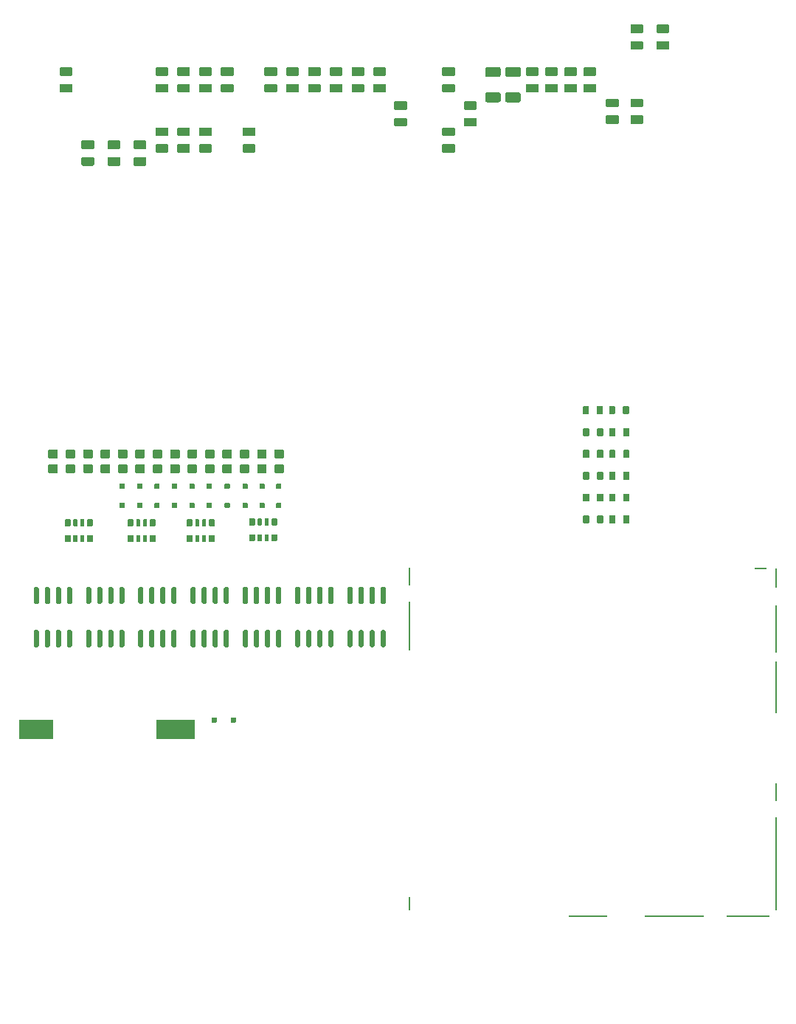
<source format=gtp>
G04 #@! TF.GenerationSoftware,KiCad,Pcbnew,7.0.11-7.0.11~ubuntu22.04.1*
G04 #@! TF.CreationDate,2024-03-26T23:42:08+00:00*
G04 #@! TF.ProjectId,hellen154hyundai,68656c6c-656e-4313-9534-6879756e6461,D*
G04 #@! TF.SameCoordinates,PX5f5e100PYc845880*
G04 #@! TF.FileFunction,Paste,Top*
G04 #@! TF.FilePolarity,Positive*
%FSLAX46Y46*%
G04 Gerber Fmt 4.6, Leading zero omitted, Abs format (unit mm)*
G04 Created by KiCad (PCBNEW 7.0.11-7.0.11~ubuntu22.04.1) date 2024-03-26 23:42:08*
%MOMM*%
%LPD*%
G01*
G04 APERTURE LIST*
%ADD10R,0.200000X2.300000*%
%ADD11R,0.200000X10.700000*%
%ADD12R,0.200000X2.100000*%
%ADD13R,0.200000X6.000000*%
%ADD14R,0.200000X5.400000*%
%ADD15R,1.400000X0.200000*%
%ADD16R,5.000000X0.200000*%
%ADD17R,6.800000X0.200000*%
%ADD18R,4.500000X0.200000*%
%ADD19R,0.200000X1.600000*%
%ADD20R,0.200000X5.700000*%
%ADD21R,0.200000X2.000000*%
%ADD22R,4.399991X2.299995*%
%ADD23R,3.999992X2.299995*%
%ADD24O,0.000001X0.000001*%
G04 APERTURE END LIST*
G04 #@! TO.C,F1*
G36*
G01*
X83400000Y122155010D02*
X83400000Y122845010D01*
G75*
G02*
X83630000Y123075010I230000J0D01*
G01*
X84970000Y123075010D01*
G75*
G02*
X85200000Y122845010I0J-230000D01*
G01*
X85200000Y122155010D01*
G75*
G02*
X84970000Y121925010I-230000J0D01*
G01*
X83630000Y121925010D01*
G75*
G02*
X83400000Y122155010I0J230000D01*
G01*
G37*
G36*
G01*
X83400000Y119254990D02*
X83400000Y119944990D01*
G75*
G02*
X83630000Y120174990I230000J0D01*
G01*
X84970000Y120174990D01*
G75*
G02*
X85200000Y119944990I0J-230000D01*
G01*
X85200000Y119254990D01*
G75*
G02*
X84970000Y119024990I-230000J0D01*
G01*
X83630000Y119024990D01*
G75*
G02*
X83400000Y119254990I0J230000D01*
G01*
G37*
G04 #@! TD*
G04 #@! TO.C,U4*
G36*
G01*
X41740000Y56550000D02*
X41440000Y56550000D01*
G75*
G02*
X41290000Y56700000I0J150000D01*
G01*
X41290000Y58350000D01*
G75*
G02*
X41440000Y58500000I150000J0D01*
G01*
X41740000Y58500000D01*
G75*
G02*
X41890000Y58350000I0J-150000D01*
G01*
X41890000Y56700000D01*
G75*
G02*
X41740000Y56550000I-150000J0D01*
G01*
G37*
G36*
G01*
X43010000Y56550000D02*
X42710000Y56550000D01*
G75*
G02*
X42560000Y56700000I0J150000D01*
G01*
X42560000Y58350000D01*
G75*
G02*
X42710000Y58500000I150000J0D01*
G01*
X43010000Y58500000D01*
G75*
G02*
X43160000Y58350000I0J-150000D01*
G01*
X43160000Y56700000D01*
G75*
G02*
X43010000Y56550000I-150000J0D01*
G01*
G37*
G36*
G01*
X44280000Y56550000D02*
X43980000Y56550000D01*
G75*
G02*
X43830000Y56700000I0J150000D01*
G01*
X43830000Y58350000D01*
G75*
G02*
X43980000Y58500000I150000J0D01*
G01*
X44280000Y58500000D01*
G75*
G02*
X44430000Y58350000I0J-150000D01*
G01*
X44430000Y56700000D01*
G75*
G02*
X44280000Y56550000I-150000J0D01*
G01*
G37*
G36*
G01*
X45550000Y56550000D02*
X45250000Y56550000D01*
G75*
G02*
X45100000Y56700000I0J150000D01*
G01*
X45100000Y58350000D01*
G75*
G02*
X45250000Y58500000I150000J0D01*
G01*
X45550000Y58500000D01*
G75*
G02*
X45700000Y58350000I0J-150000D01*
G01*
X45700000Y56700000D01*
G75*
G02*
X45550000Y56550000I-150000J0D01*
G01*
G37*
G36*
G01*
X45550000Y61500000D02*
X45250000Y61500000D01*
G75*
G02*
X45100000Y61650000I0J150000D01*
G01*
X45100000Y63300000D01*
G75*
G02*
X45250000Y63450000I150000J0D01*
G01*
X45550000Y63450000D01*
G75*
G02*
X45700000Y63300000I0J-150000D01*
G01*
X45700000Y61650000D01*
G75*
G02*
X45550000Y61500000I-150000J0D01*
G01*
G37*
G36*
G01*
X44280000Y61500000D02*
X43980000Y61500000D01*
G75*
G02*
X43830000Y61650000I0J150000D01*
G01*
X43830000Y63300000D01*
G75*
G02*
X43980000Y63450000I150000J0D01*
G01*
X44280000Y63450000D01*
G75*
G02*
X44430000Y63300000I0J-150000D01*
G01*
X44430000Y61650000D01*
G75*
G02*
X44280000Y61500000I-150000J0D01*
G01*
G37*
G36*
G01*
X43010000Y61500000D02*
X42710000Y61500000D01*
G75*
G02*
X42560000Y61650000I0J150000D01*
G01*
X42560000Y63300000D01*
G75*
G02*
X42710000Y63450000I150000J0D01*
G01*
X43010000Y63450000D01*
G75*
G02*
X43160000Y63300000I0J-150000D01*
G01*
X43160000Y61650000D01*
G75*
G02*
X43010000Y61500000I-150000J0D01*
G01*
G37*
G36*
G01*
X41740000Y61500000D02*
X41440000Y61500000D01*
G75*
G02*
X41290000Y61650000I0J150000D01*
G01*
X41290000Y63300000D01*
G75*
G02*
X41440000Y63450000I150000J0D01*
G01*
X41740000Y63450000D01*
G75*
G02*
X41890000Y63300000I0J-150000D01*
G01*
X41890000Y61650000D01*
G75*
G02*
X41740000Y61500000I-150000J0D01*
G01*
G37*
G04 #@! TD*
G04 #@! TO.C,R14*
G36*
G01*
X95350000Y75810000D02*
X95350000Y76590000D01*
G75*
G02*
X95420000Y76660000I70000J0D01*
G01*
X95980000Y76660000D01*
G75*
G02*
X96050000Y76590000I0J-70000D01*
G01*
X96050000Y75810000D01*
G75*
G02*
X95980000Y75740000I-70000J0D01*
G01*
X95420000Y75740000D01*
G75*
G02*
X95350000Y75810000I0J70000D01*
G01*
G37*
G36*
G01*
X96950000Y75810000D02*
X96950000Y76590000D01*
G75*
G02*
X97020000Y76660000I70000J0D01*
G01*
X97580000Y76660000D01*
G75*
G02*
X97650000Y76590000I0J-70000D01*
G01*
X97650000Y75810000D01*
G75*
G02*
X97580000Y75740000I-70000J0D01*
G01*
X97020000Y75740000D01*
G75*
G02*
X96950000Y75810000I0J70000D01*
G01*
G37*
G04 #@! TD*
G04 #@! TO.C,U9*
G36*
G01*
X65745000Y56550000D02*
X65445000Y56550000D01*
G75*
G02*
X65295000Y56700000I0J150000D01*
G01*
X65295000Y58350000D01*
G75*
G02*
X65445000Y58500000I150000J0D01*
G01*
X65745000Y58500000D01*
G75*
G02*
X65895000Y58350000I0J-150000D01*
G01*
X65895000Y56700000D01*
G75*
G02*
X65745000Y56550000I-150000J0D01*
G01*
G37*
G36*
G01*
X67015000Y56550000D02*
X66715000Y56550000D01*
G75*
G02*
X66565000Y56700000I0J150000D01*
G01*
X66565000Y58350000D01*
G75*
G02*
X66715000Y58500000I150000J0D01*
G01*
X67015000Y58500000D01*
G75*
G02*
X67165000Y58350000I0J-150000D01*
G01*
X67165000Y56700000D01*
G75*
G02*
X67015000Y56550000I-150000J0D01*
G01*
G37*
G36*
G01*
X68285000Y56550000D02*
X67985000Y56550000D01*
G75*
G02*
X67835000Y56700000I0J150000D01*
G01*
X67835000Y58350000D01*
G75*
G02*
X67985000Y58500000I150000J0D01*
G01*
X68285000Y58500000D01*
G75*
G02*
X68435000Y58350000I0J-150000D01*
G01*
X68435000Y56700000D01*
G75*
G02*
X68285000Y56550000I-150000J0D01*
G01*
G37*
G36*
G01*
X69555000Y56550000D02*
X69255000Y56550000D01*
G75*
G02*
X69105000Y56700000I0J150000D01*
G01*
X69105000Y58350000D01*
G75*
G02*
X69255000Y58500000I150000J0D01*
G01*
X69555000Y58500000D01*
G75*
G02*
X69705000Y58350000I0J-150000D01*
G01*
X69705000Y56700000D01*
G75*
G02*
X69555000Y56550000I-150000J0D01*
G01*
G37*
G36*
G01*
X69555000Y61500000D02*
X69255000Y61500000D01*
G75*
G02*
X69105000Y61650000I0J150000D01*
G01*
X69105000Y63300000D01*
G75*
G02*
X69255000Y63450000I150000J0D01*
G01*
X69555000Y63450000D01*
G75*
G02*
X69705000Y63300000I0J-150000D01*
G01*
X69705000Y61650000D01*
G75*
G02*
X69555000Y61500000I-150000J0D01*
G01*
G37*
G36*
G01*
X68285000Y61500000D02*
X67985000Y61500000D01*
G75*
G02*
X67835000Y61650000I0J150000D01*
G01*
X67835000Y63300000D01*
G75*
G02*
X67985000Y63450000I150000J0D01*
G01*
X68285000Y63450000D01*
G75*
G02*
X68435000Y63300000I0J-150000D01*
G01*
X68435000Y61650000D01*
G75*
G02*
X68285000Y61500000I-150000J0D01*
G01*
G37*
G36*
G01*
X67015000Y61500000D02*
X66715000Y61500000D01*
G75*
G02*
X66565000Y61650000I0J150000D01*
G01*
X66565000Y63300000D01*
G75*
G02*
X66715000Y63450000I150000J0D01*
G01*
X67015000Y63450000D01*
G75*
G02*
X67165000Y63300000I0J-150000D01*
G01*
X67165000Y61650000D01*
G75*
G02*
X67015000Y61500000I-150000J0D01*
G01*
G37*
G36*
G01*
X65745000Y61500000D02*
X65445000Y61500000D01*
G75*
G02*
X65295000Y61650000I0J150000D01*
G01*
X65295000Y63300000D01*
G75*
G02*
X65445000Y63450000I150000J0D01*
G01*
X65745000Y63450000D01*
G75*
G02*
X65895000Y63300000I0J-150000D01*
G01*
X65895000Y61650000D01*
G75*
G02*
X65745000Y61500000I-150000J0D01*
G01*
G37*
G04 #@! TD*
G04 #@! TO.C,R17*
G36*
G01*
X42125000Y111749999D02*
X40875000Y111749999D01*
G75*
G02*
X40775000Y111849999I0J100000D01*
G01*
X40775000Y112649999D01*
G75*
G02*
X40875000Y112749999I100000J0D01*
G01*
X42125000Y112749999D01*
G75*
G02*
X42225000Y112649999I0J-100000D01*
G01*
X42225000Y111849999D01*
G75*
G02*
X42125000Y111749999I-100000J0D01*
G01*
G37*
G36*
G01*
X42125000Y113650021D02*
X40875000Y113650021D01*
G75*
G02*
X40775000Y113750021I0J100000D01*
G01*
X40775000Y114550021D01*
G75*
G02*
X40875000Y114650021I100000J0D01*
G01*
X42125000Y114650021D01*
G75*
G02*
X42225000Y114550021I0J-100000D01*
G01*
X42225000Y113750021D01*
G75*
G02*
X42125000Y113650021I-100000J0D01*
G01*
G37*
G04 #@! TD*
G04 #@! TO.C,R30*
G36*
G01*
X36125000Y111749999D02*
X34875000Y111749999D01*
G75*
G02*
X34775000Y111849999I0J100000D01*
G01*
X34775000Y112649999D01*
G75*
G02*
X34875000Y112749999I100000J0D01*
G01*
X36125000Y112749999D01*
G75*
G02*
X36225000Y112649999I0J-100000D01*
G01*
X36225000Y111849999D01*
G75*
G02*
X36125000Y111749999I-100000J0D01*
G01*
G37*
G36*
G01*
X36125000Y113650021D02*
X34875000Y113650021D01*
G75*
G02*
X34775000Y113750021I0J100000D01*
G01*
X34775000Y114550021D01*
G75*
G02*
X34875000Y114650021I100000J0D01*
G01*
X36125000Y114650021D01*
G75*
G02*
X36225000Y114550021I0J-100000D01*
G01*
X36225000Y113750021D01*
G75*
G02*
X36125000Y113650021I-100000J0D01*
G01*
G37*
G04 #@! TD*
G04 #@! TO.C,D16*
G36*
G01*
X45050000Y79200000D02*
X45950000Y79200000D01*
G75*
G02*
X46050000Y79100000I0J-100000D01*
G01*
X46050000Y78300000D01*
G75*
G02*
X45950000Y78200000I-100000J0D01*
G01*
X45050000Y78200000D01*
G75*
G02*
X44950000Y78300000I0J100000D01*
G01*
X44950000Y79100000D01*
G75*
G02*
X45050000Y79200000I100000J0D01*
G01*
G37*
G36*
G01*
X45050000Y77500000D02*
X45950000Y77500000D01*
G75*
G02*
X46050000Y77400000I0J-100000D01*
G01*
X46050000Y76600000D01*
G75*
G02*
X45950000Y76500000I-100000J0D01*
G01*
X45050000Y76500000D01*
G75*
G02*
X44950000Y76600000I0J100000D01*
G01*
X44950000Y77400000D01*
G75*
G02*
X45050000Y77500000I100000J0D01*
G01*
G37*
G04 #@! TD*
G04 #@! TO.C,R52*
G36*
G01*
X47125000Y120149999D02*
X45875000Y120149999D01*
G75*
G02*
X45775000Y120249999I0J100000D01*
G01*
X45775000Y121049999D01*
G75*
G02*
X45875000Y121149999I100000J0D01*
G01*
X47125000Y121149999D01*
G75*
G02*
X47225000Y121049999I0J-100000D01*
G01*
X47225000Y120249999D01*
G75*
G02*
X47125000Y120149999I-100000J0D01*
G01*
G37*
G36*
G01*
X47125000Y122050021D02*
X45875000Y122050021D01*
G75*
G02*
X45775000Y122150021I0J100000D01*
G01*
X45775000Y122950021D01*
G75*
G02*
X45875000Y123050021I100000J0D01*
G01*
X47125000Y123050021D01*
G75*
G02*
X47225000Y122950021I0J-100000D01*
G01*
X47225000Y122150021D01*
G75*
G02*
X47125000Y122050021I-100000J0D01*
G01*
G37*
G04 #@! TD*
G04 #@! TO.C,D27*
G36*
G01*
X57112499Y72560002D02*
X57112499Y73040002D01*
G75*
G02*
X57172499Y73100002I60000J0D01*
G01*
X57652499Y73100002D01*
G75*
G02*
X57712499Y73040002I0J-60000D01*
G01*
X57712499Y72560002D01*
G75*
G02*
X57652499Y72500002I-60000J0D01*
G01*
X57172499Y72500002D01*
G75*
G02*
X57112499Y72560002I0J60000D01*
G01*
G37*
G36*
G01*
X57112499Y74760002D02*
X57112499Y75240002D01*
G75*
G02*
X57172499Y75300002I60000J0D01*
G01*
X57652499Y75300002D01*
G75*
G02*
X57712499Y75240002I0J-60000D01*
G01*
X57712499Y74760002D01*
G75*
G02*
X57652499Y74700002I-60000J0D01*
G01*
X57172499Y74700002D01*
G75*
G02*
X57112499Y74760002I0J60000D01*
G01*
G37*
G04 #@! TD*
G04 #@! TO.C,R25*
G36*
G01*
X92350000Y70810000D02*
X92350000Y71590000D01*
G75*
G02*
X92420000Y71660000I70000J0D01*
G01*
X92980000Y71660000D01*
G75*
G02*
X93050000Y71590000I0J-70000D01*
G01*
X93050000Y70810000D01*
G75*
G02*
X92980000Y70740000I-70000J0D01*
G01*
X92420000Y70740000D01*
G75*
G02*
X92350000Y70810000I0J70000D01*
G01*
G37*
G36*
G01*
X93950000Y70810000D02*
X93950000Y71590000D01*
G75*
G02*
X94020000Y71660000I70000J0D01*
G01*
X94580000Y71660000D01*
G75*
G02*
X94650000Y71590000I0J-70000D01*
G01*
X94650000Y70810000D01*
G75*
G02*
X94580000Y70740000I-70000J0D01*
G01*
X94020000Y70740000D01*
G75*
G02*
X93950000Y70810000I0J70000D01*
G01*
G37*
G04 #@! TD*
G04 #@! TO.C,U8*
G36*
G01*
X59745000Y56550000D02*
X59445000Y56550000D01*
G75*
G02*
X59295000Y56700000I0J150000D01*
G01*
X59295000Y58350000D01*
G75*
G02*
X59445000Y58500000I150000J0D01*
G01*
X59745000Y58500000D01*
G75*
G02*
X59895000Y58350000I0J-150000D01*
G01*
X59895000Y56700000D01*
G75*
G02*
X59745000Y56550000I-150000J0D01*
G01*
G37*
G36*
G01*
X61015000Y56550000D02*
X60715000Y56550000D01*
G75*
G02*
X60565000Y56700000I0J150000D01*
G01*
X60565000Y58350000D01*
G75*
G02*
X60715000Y58500000I150000J0D01*
G01*
X61015000Y58500000D01*
G75*
G02*
X61165000Y58350000I0J-150000D01*
G01*
X61165000Y56700000D01*
G75*
G02*
X61015000Y56550000I-150000J0D01*
G01*
G37*
G36*
G01*
X62285000Y56550000D02*
X61985000Y56550000D01*
G75*
G02*
X61835000Y56700000I0J150000D01*
G01*
X61835000Y58350000D01*
G75*
G02*
X61985000Y58500000I150000J0D01*
G01*
X62285000Y58500000D01*
G75*
G02*
X62435000Y58350000I0J-150000D01*
G01*
X62435000Y56700000D01*
G75*
G02*
X62285000Y56550000I-150000J0D01*
G01*
G37*
G36*
G01*
X63555000Y56550000D02*
X63255000Y56550000D01*
G75*
G02*
X63105000Y56700000I0J150000D01*
G01*
X63105000Y58350000D01*
G75*
G02*
X63255000Y58500000I150000J0D01*
G01*
X63555000Y58500000D01*
G75*
G02*
X63705000Y58350000I0J-150000D01*
G01*
X63705000Y56700000D01*
G75*
G02*
X63555000Y56550000I-150000J0D01*
G01*
G37*
G36*
G01*
X63555000Y61500000D02*
X63255000Y61500000D01*
G75*
G02*
X63105000Y61650000I0J150000D01*
G01*
X63105000Y63300000D01*
G75*
G02*
X63255000Y63450000I150000J0D01*
G01*
X63555000Y63450000D01*
G75*
G02*
X63705000Y63300000I0J-150000D01*
G01*
X63705000Y61650000D01*
G75*
G02*
X63555000Y61500000I-150000J0D01*
G01*
G37*
G36*
G01*
X62285000Y61500000D02*
X61985000Y61500000D01*
G75*
G02*
X61835000Y61650000I0J150000D01*
G01*
X61835000Y63300000D01*
G75*
G02*
X61985000Y63450000I150000J0D01*
G01*
X62285000Y63450000D01*
G75*
G02*
X62435000Y63300000I0J-150000D01*
G01*
X62435000Y61650000D01*
G75*
G02*
X62285000Y61500000I-150000J0D01*
G01*
G37*
G36*
G01*
X61015000Y61500000D02*
X60715000Y61500000D01*
G75*
G02*
X60565000Y61650000I0J150000D01*
G01*
X60565000Y63300000D01*
G75*
G02*
X60715000Y63450000I150000J0D01*
G01*
X61015000Y63450000D01*
G75*
G02*
X61165000Y63300000I0J-150000D01*
G01*
X61165000Y61650000D01*
G75*
G02*
X61015000Y61500000I-150000J0D01*
G01*
G37*
G36*
G01*
X59745000Y61500000D02*
X59445000Y61500000D01*
G75*
G02*
X59295000Y61650000I0J150000D01*
G01*
X59295000Y63300000D01*
G75*
G02*
X59445000Y63450000I150000J0D01*
G01*
X59745000Y63450000D01*
G75*
G02*
X59895000Y63300000I0J-150000D01*
G01*
X59895000Y61650000D01*
G75*
G02*
X59745000Y61500000I-150000J0D01*
G01*
G37*
G04 #@! TD*
G04 #@! TO.C,D26*
G36*
G01*
X55187263Y72560001D02*
X55187263Y73040001D01*
G75*
G02*
X55247263Y73100001I60000J0D01*
G01*
X55727263Y73100001D01*
G75*
G02*
X55787263Y73040001I0J-60000D01*
G01*
X55787263Y72560001D01*
G75*
G02*
X55727263Y72500001I-60000J0D01*
G01*
X55247263Y72500001D01*
G75*
G02*
X55187263Y72560001I0J60000D01*
G01*
G37*
G36*
G01*
X55187263Y74760001D02*
X55187263Y75240001D01*
G75*
G02*
X55247263Y75300001I60000J0D01*
G01*
X55727263Y75300001D01*
G75*
G02*
X55787263Y75240001I0J-60000D01*
G01*
X55787263Y74760001D01*
G75*
G02*
X55727263Y74700001I-60000J0D01*
G01*
X55247263Y74700001D01*
G75*
G02*
X55187263Y74760001I0J60000D01*
G01*
G37*
G04 #@! TD*
G04 #@! TO.C,R76*
G36*
G01*
X40074998Y68665001D02*
X40074998Y69335001D01*
G75*
G02*
X40139998Y69400001I65000J0D01*
G01*
X40659998Y69400001D01*
G75*
G02*
X40724998Y69335001I0J-65000D01*
G01*
X40724998Y68665001D01*
G75*
G02*
X40659998Y68600001I-65000J0D01*
G01*
X40139998Y68600001D01*
G75*
G02*
X40074998Y68665001I0J65000D01*
G01*
G37*
G36*
G01*
X41049998Y68645001D02*
X41049998Y69355001D01*
G75*
G02*
X41094998Y69400001I45000J0D01*
G01*
X41454998Y69400001D01*
G75*
G02*
X41499998Y69355001I0J-45000D01*
G01*
X41499998Y68645001D01*
G75*
G02*
X41454998Y68600001I-45000J0D01*
G01*
X41094998Y68600001D01*
G75*
G02*
X41049998Y68645001I0J45000D01*
G01*
G37*
G36*
G01*
X41849998Y68645001D02*
X41849998Y69355001D01*
G75*
G02*
X41894998Y69400001I45000J0D01*
G01*
X42254998Y69400001D01*
G75*
G02*
X42299998Y69355001I0J-45000D01*
G01*
X42299998Y68645001D01*
G75*
G02*
X42254998Y68600001I-45000J0D01*
G01*
X41894998Y68600001D01*
G75*
G02*
X41849998Y68645001I0J45000D01*
G01*
G37*
G36*
G01*
X42624998Y68665001D02*
X42624998Y69335001D01*
G75*
G02*
X42689998Y69400001I65000J0D01*
G01*
X43209998Y69400001D01*
G75*
G02*
X43274998Y69335001I0J-65000D01*
G01*
X43274998Y68665001D01*
G75*
G02*
X43209998Y68600001I-65000J0D01*
G01*
X42689998Y68600001D01*
G75*
G02*
X42624998Y68665001I0J65000D01*
G01*
G37*
G36*
G01*
X42624998Y70465001D02*
X42624998Y71135001D01*
G75*
G02*
X42689998Y71200001I65000J0D01*
G01*
X43209998Y71200001D01*
G75*
G02*
X43274998Y71135001I0J-65000D01*
G01*
X43274998Y70465001D01*
G75*
G02*
X43209998Y70400001I-65000J0D01*
G01*
X42689998Y70400001D01*
G75*
G02*
X42624998Y70465001I0J65000D01*
G01*
G37*
G36*
G01*
X41849998Y70445001D02*
X41849998Y71155001D01*
G75*
G02*
X41894998Y71200001I45000J0D01*
G01*
X42254998Y71200001D01*
G75*
G02*
X42299998Y71155001I0J-45000D01*
G01*
X42299998Y70445001D01*
G75*
G02*
X42254998Y70400001I-45000J0D01*
G01*
X41894998Y70400001D01*
G75*
G02*
X41849998Y70445001I0J45000D01*
G01*
G37*
G36*
G01*
X41049998Y70445001D02*
X41049998Y71155001D01*
G75*
G02*
X41094998Y71200001I45000J0D01*
G01*
X41454998Y71200001D01*
G75*
G02*
X41499998Y71155001I0J-45000D01*
G01*
X41499998Y70445001D01*
G75*
G02*
X41454998Y70400001I-45000J0D01*
G01*
X41094998Y70400001D01*
G75*
G02*
X41049998Y70445001I0J45000D01*
G01*
G37*
G36*
G01*
X40074998Y70465001D02*
X40074998Y71135001D01*
G75*
G02*
X40139998Y71200001I65000J0D01*
G01*
X40659998Y71200001D01*
G75*
G02*
X40724998Y71135001I0J-65000D01*
G01*
X40724998Y70465001D01*
G75*
G02*
X40659998Y70400001I-65000J0D01*
G01*
X40139998Y70400001D01*
G75*
G02*
X40074998Y70465001I0J65000D01*
G01*
G37*
G04 #@! TD*
G04 #@! TO.C,R28*
G36*
G01*
X54625000Y113249999D02*
X53375000Y113249999D01*
G75*
G02*
X53275000Y113349999I0J100000D01*
G01*
X53275000Y114149999D01*
G75*
G02*
X53375000Y114249999I100000J0D01*
G01*
X54625000Y114249999D01*
G75*
G02*
X54725000Y114149999I0J-100000D01*
G01*
X54725000Y113349999D01*
G75*
G02*
X54625000Y113249999I-100000J0D01*
G01*
G37*
G36*
G01*
X54625000Y115150021D02*
X53375000Y115150021D01*
G75*
G02*
X53275000Y115250021I0J100000D01*
G01*
X53275000Y116050021D01*
G75*
G02*
X53375000Y116150021I100000J0D01*
G01*
X54625000Y116150021D01*
G75*
G02*
X54725000Y116050021I0J-100000D01*
G01*
X54725000Y115250021D01*
G75*
G02*
X54625000Y115150021I-100000J0D01*
G01*
G37*
G04 #@! TD*
G04 #@! TO.C,R18*
G36*
G01*
X95350000Y70810000D02*
X95350000Y71590000D01*
G75*
G02*
X95420000Y71660000I70000J0D01*
G01*
X95980000Y71660000D01*
G75*
G02*
X96050000Y71590000I0J-70000D01*
G01*
X96050000Y70810000D01*
G75*
G02*
X95980000Y70740000I-70000J0D01*
G01*
X95420000Y70740000D01*
G75*
G02*
X95350000Y70810000I0J70000D01*
G01*
G37*
G36*
G01*
X96950000Y70810000D02*
X96950000Y71590000D01*
G75*
G02*
X97020000Y71660000I70000J0D01*
G01*
X97580000Y71660000D01*
G75*
G02*
X97650000Y71590000I0J-70000D01*
G01*
X97650000Y70810000D01*
G75*
G02*
X97580000Y70740000I-70000J0D01*
G01*
X97020000Y70740000D01*
G75*
G02*
X96950000Y70810000I0J70000D01*
G01*
G37*
G04 #@! TD*
G04 #@! TO.C,D6*
G36*
G01*
X31068986Y79200000D02*
X31968986Y79200000D01*
G75*
G02*
X32068986Y79100000I0J-100000D01*
G01*
X32068986Y78300000D01*
G75*
G02*
X31968986Y78200000I-100000J0D01*
G01*
X31068986Y78200000D01*
G75*
G02*
X30968986Y78300000I0J100000D01*
G01*
X30968986Y79100000D01*
G75*
G02*
X31068986Y79200000I100000J0D01*
G01*
G37*
G36*
G01*
X31068986Y77500000D02*
X31968986Y77500000D01*
G75*
G02*
X32068986Y77400000I0J-100000D01*
G01*
X32068986Y76600000D01*
G75*
G02*
X31968986Y76500000I-100000J0D01*
G01*
X31068986Y76500000D01*
G75*
G02*
X30968986Y76600000I0J100000D01*
G01*
X30968986Y77400000D01*
G75*
G02*
X31068986Y77500000I100000J0D01*
G01*
G37*
G04 #@! TD*
G04 #@! TO.C,R32*
G36*
G01*
X77525000Y120149999D02*
X76275000Y120149999D01*
G75*
G02*
X76175000Y120249999I0J100000D01*
G01*
X76175000Y121049999D01*
G75*
G02*
X76275000Y121149999I100000J0D01*
G01*
X77525000Y121149999D01*
G75*
G02*
X77625000Y121049999I0J-100000D01*
G01*
X77625000Y120249999D01*
G75*
G02*
X77525000Y120149999I-100000J0D01*
G01*
G37*
G36*
G01*
X77525000Y122050021D02*
X76275000Y122050021D01*
G75*
G02*
X76175000Y122150021I0J100000D01*
G01*
X76175000Y122950021D01*
G75*
G02*
X76275000Y123050021I100000J0D01*
G01*
X77525000Y123050021D01*
G75*
G02*
X77625000Y122950021I0J-100000D01*
G01*
X77625000Y122150021D01*
G75*
G02*
X77525000Y122050021I-100000J0D01*
G01*
G37*
G04 #@! TD*
G04 #@! TO.C,R58*
G36*
G01*
X102125000Y125049999D02*
X100875000Y125049999D01*
G75*
G02*
X100775000Y125149999I0J100000D01*
G01*
X100775000Y125949999D01*
G75*
G02*
X100875000Y126049999I100000J0D01*
G01*
X102125000Y126049999D01*
G75*
G02*
X102225000Y125949999I0J-100000D01*
G01*
X102225000Y125149999D01*
G75*
G02*
X102125000Y125049999I-100000J0D01*
G01*
G37*
G36*
G01*
X102125000Y126950021D02*
X100875000Y126950021D01*
G75*
G02*
X100775000Y127050021I0J100000D01*
G01*
X100775000Y127850021D01*
G75*
G02*
X100875000Y127950021I100000J0D01*
G01*
X102125000Y127950021D01*
G75*
G02*
X102225000Y127850021I0J-100000D01*
G01*
X102225000Y127050021D01*
G75*
G02*
X102125000Y126950021I-100000J0D01*
G01*
G37*
G04 #@! TD*
G04 #@! TO.C,R11*
G36*
G01*
X95350000Y78310000D02*
X95350000Y79090000D01*
G75*
G02*
X95420000Y79160000I70000J0D01*
G01*
X95980000Y79160000D01*
G75*
G02*
X96050000Y79090000I0J-70000D01*
G01*
X96050000Y78310000D01*
G75*
G02*
X95980000Y78240000I-70000J0D01*
G01*
X95420000Y78240000D01*
G75*
G02*
X95350000Y78310000I0J70000D01*
G01*
G37*
G36*
G01*
X96950000Y78310000D02*
X96950000Y79090000D01*
G75*
G02*
X97020000Y79160000I70000J0D01*
G01*
X97580000Y79160000D01*
G75*
G02*
X97650000Y79090000I0J-70000D01*
G01*
X97650000Y78310000D01*
G75*
G02*
X97580000Y78240000I-70000J0D01*
G01*
X97020000Y78240000D01*
G75*
G02*
X96950000Y78310000I0J70000D01*
G01*
G37*
G04 #@! TD*
G04 #@! TO.C,R10*
G36*
G01*
X95350000Y80810000D02*
X95350000Y81590000D01*
G75*
G02*
X95420000Y81660000I70000J0D01*
G01*
X95980000Y81660000D01*
G75*
G02*
X96050000Y81590000I0J-70000D01*
G01*
X96050000Y80810000D01*
G75*
G02*
X95980000Y80740000I-70000J0D01*
G01*
X95420000Y80740000D01*
G75*
G02*
X95350000Y80810000I0J70000D01*
G01*
G37*
G36*
G01*
X96950000Y80810000D02*
X96950000Y81590000D01*
G75*
G02*
X97020000Y81660000I70000J0D01*
G01*
X97580000Y81660000D01*
G75*
G02*
X97650000Y81590000I0J-70000D01*
G01*
X97650000Y80810000D01*
G75*
G02*
X97580000Y80740000I-70000J0D01*
G01*
X97020000Y80740000D01*
G75*
G02*
X96950000Y80810000I0J70000D01*
G01*
G37*
G04 #@! TD*
G04 #@! TO.C,R39*
G36*
G01*
X49625000Y113249999D02*
X48375000Y113249999D01*
G75*
G02*
X48275000Y113349999I0J100000D01*
G01*
X48275000Y114149999D01*
G75*
G02*
X48375000Y114249999I100000J0D01*
G01*
X49625000Y114249999D01*
G75*
G02*
X49725000Y114149999I0J-100000D01*
G01*
X49725000Y113349999D01*
G75*
G02*
X49625000Y113249999I-100000J0D01*
G01*
G37*
G36*
G01*
X49625000Y115150021D02*
X48375000Y115150021D01*
G75*
G02*
X48275000Y115250021I0J100000D01*
G01*
X48275000Y116050021D01*
G75*
G02*
X48375000Y116150021I100000J0D01*
G01*
X49625000Y116150021D01*
G75*
G02*
X49725000Y116050021I0J-100000D01*
G01*
X49725000Y115250021D01*
G75*
G02*
X49625000Y115150021I-100000J0D01*
G01*
G37*
G04 #@! TD*
G04 #@! TO.C,R4*
G36*
G01*
X87125000Y120144999D02*
X85875000Y120144999D01*
G75*
G02*
X85775000Y120244999I0J100000D01*
G01*
X85775000Y121044999D01*
G75*
G02*
X85875000Y121144999I100000J0D01*
G01*
X87125000Y121144999D01*
G75*
G02*
X87225000Y121044999I0J-100000D01*
G01*
X87225000Y120244999D01*
G75*
G02*
X87125000Y120144999I-100000J0D01*
G01*
G37*
G36*
G01*
X87125000Y122045021D02*
X85875000Y122045021D01*
G75*
G02*
X85775000Y122145021I0J100000D01*
G01*
X85775000Y122945021D01*
G75*
G02*
X85875000Y123045021I100000J0D01*
G01*
X87125000Y123045021D01*
G75*
G02*
X87225000Y122945021I0J-100000D01*
G01*
X87225000Y122145021D01*
G75*
G02*
X87125000Y122045021I-100000J0D01*
G01*
G37*
G04 #@! TD*
G04 #@! TO.C,R12*
G36*
G01*
X39125000Y111749999D02*
X37875000Y111749999D01*
G75*
G02*
X37775000Y111849999I0J100000D01*
G01*
X37775000Y112649999D01*
G75*
G02*
X37875000Y112749999I100000J0D01*
G01*
X39125000Y112749999D01*
G75*
G02*
X39225000Y112649999I0J-100000D01*
G01*
X39225000Y111849999D01*
G75*
G02*
X39125000Y111749999I-100000J0D01*
G01*
G37*
G36*
G01*
X39125000Y113650021D02*
X37875000Y113650021D01*
G75*
G02*
X37775000Y113750021I0J100000D01*
G01*
X37775000Y114550021D01*
G75*
G02*
X37875000Y114650021I100000J0D01*
G01*
X39125000Y114650021D01*
G75*
G02*
X39225000Y114550021I0J-100000D01*
G01*
X39225000Y113750021D01*
G75*
G02*
X39125000Y113650021I-100000J0D01*
G01*
G37*
G04 #@! TD*
G04 #@! TO.C,R19*
G36*
G01*
X92322472Y83336268D02*
X92322472Y84116268D01*
G75*
G02*
X92392472Y84186268I70000J0D01*
G01*
X92952472Y84186268D01*
G75*
G02*
X93022472Y84116268I0J-70000D01*
G01*
X93022472Y83336268D01*
G75*
G02*
X92952472Y83266268I-70000J0D01*
G01*
X92392472Y83266268D01*
G75*
G02*
X92322472Y83336268I0J70000D01*
G01*
G37*
G36*
G01*
X93922472Y83336268D02*
X93922472Y84116268D01*
G75*
G02*
X93992472Y84186268I70000J0D01*
G01*
X94552472Y84186268D01*
G75*
G02*
X94622472Y84116268I0J-70000D01*
G01*
X94622472Y83336268D01*
G75*
G02*
X94552472Y83266268I-70000J0D01*
G01*
X93992472Y83266268D01*
G75*
G02*
X93922472Y83336268I0J70000D01*
G01*
G37*
G04 #@! TD*
G04 #@! TO.C,R20*
G36*
G01*
X92350000Y80810000D02*
X92350000Y81590000D01*
G75*
G02*
X92420000Y81660000I70000J0D01*
G01*
X92980000Y81660000D01*
G75*
G02*
X93050000Y81590000I0J-70000D01*
G01*
X93050000Y80810000D01*
G75*
G02*
X92980000Y80740000I-70000J0D01*
G01*
X92420000Y80740000D01*
G75*
G02*
X92350000Y80810000I0J70000D01*
G01*
G37*
G36*
G01*
X93950000Y80810000D02*
X93950000Y81590000D01*
G75*
G02*
X94020000Y81660000I70000J0D01*
G01*
X94580000Y81660000D01*
G75*
G02*
X94650000Y81590000I0J-70000D01*
G01*
X94650000Y80810000D01*
G75*
G02*
X94580000Y80740000I-70000J0D01*
G01*
X94020000Y80740000D01*
G75*
G02*
X93950000Y80810000I0J70000D01*
G01*
G37*
G04 #@! TD*
G04 #@! TO.C,R15*
G36*
G01*
X95350000Y73310000D02*
X95350000Y74090000D01*
G75*
G02*
X95420000Y74160000I70000J0D01*
G01*
X95980000Y74160000D01*
G75*
G02*
X96050000Y74090000I0J-70000D01*
G01*
X96050000Y73310000D01*
G75*
G02*
X95980000Y73240000I-70000J0D01*
G01*
X95420000Y73240000D01*
G75*
G02*
X95350000Y73310000I0J70000D01*
G01*
G37*
G36*
G01*
X96950000Y73310000D02*
X96950000Y74090000D01*
G75*
G02*
X97020000Y74160000I70000J0D01*
G01*
X97580000Y74160000D01*
G75*
G02*
X97650000Y74090000I0J-70000D01*
G01*
X97650000Y73310000D01*
G75*
G02*
X97580000Y73240000I-70000J0D01*
G01*
X97020000Y73240000D01*
G75*
G02*
X96950000Y73310000I0J70000D01*
G01*
G37*
G04 #@! TD*
G04 #@! TO.C,D19*
G36*
G01*
X49050000Y79200000D02*
X49950000Y79200000D01*
G75*
G02*
X50050000Y79100000I0J-100000D01*
G01*
X50050000Y78300000D01*
G75*
G02*
X49950000Y78200000I-100000J0D01*
G01*
X49050000Y78200000D01*
G75*
G02*
X48950000Y78300000I0J100000D01*
G01*
X48950000Y79100000D01*
G75*
G02*
X49050000Y79200000I100000J0D01*
G01*
G37*
G36*
G01*
X49050000Y77500000D02*
X49950000Y77500000D01*
G75*
G02*
X50050000Y77400000I0J-100000D01*
G01*
X50050000Y76600000D01*
G75*
G02*
X49950000Y76500000I-100000J0D01*
G01*
X49050000Y76500000D01*
G75*
G02*
X48950000Y76600000I0J100000D01*
G01*
X48950000Y77400000D01*
G75*
G02*
X49050000Y77500000I100000J0D01*
G01*
G37*
G04 #@! TD*
G04 #@! TO.C,D28*
G36*
G01*
X53050000Y79200000D02*
X53950000Y79200000D01*
G75*
G02*
X54050000Y79100000I0J-100000D01*
G01*
X54050000Y78300000D01*
G75*
G02*
X53950000Y78200000I-100000J0D01*
G01*
X53050000Y78200000D01*
G75*
G02*
X52950000Y78300000I0J100000D01*
G01*
X52950000Y79100000D01*
G75*
G02*
X53050000Y79200000I100000J0D01*
G01*
G37*
G36*
G01*
X53050000Y77500000D02*
X53950000Y77500000D01*
G75*
G02*
X54050000Y77400000I0J-100000D01*
G01*
X54050000Y76600000D01*
G75*
G02*
X53950000Y76500000I-100000J0D01*
G01*
X53050000Y76500000D01*
G75*
G02*
X52950000Y76600000I0J100000D01*
G01*
X52950000Y77400000D01*
G75*
G02*
X53050000Y77500000I100000J0D01*
G01*
G37*
G04 #@! TD*
G04 #@! TO.C,D24*
G36*
G01*
X52440000Y47900000D02*
X51960000Y47900000D01*
G75*
G02*
X51900000Y47960000I0J60000D01*
G01*
X51900000Y48440000D01*
G75*
G02*
X51960000Y48500000I60000J0D01*
G01*
X52440000Y48500000D01*
G75*
G02*
X52500000Y48440000I0J-60000D01*
G01*
X52500000Y47960000D01*
G75*
G02*
X52440000Y47900000I-60000J0D01*
G01*
G37*
G36*
G01*
X50240000Y47900000D02*
X49760000Y47900000D01*
G75*
G02*
X49700000Y47960000I0J60000D01*
G01*
X49700000Y48440000D01*
G75*
G02*
X49760000Y48500000I60000J0D01*
G01*
X50240000Y48500000D01*
G75*
G02*
X50300000Y48440000I0J-60000D01*
G01*
X50300000Y47960000D01*
G75*
G02*
X50240000Y47900000I-60000J0D01*
G01*
G37*
G04 #@! TD*
D10*
G04 #@! TO.C,M1*
X114492191Y64501268D03*
D11*
X114492189Y31701270D03*
D12*
X114492189Y39901269D03*
D13*
X114492189Y51951268D03*
D14*
X114492189Y58651265D03*
D15*
X112692182Y65551271D03*
D16*
X111292187Y25651270D03*
D17*
X102792184Y25651270D03*
D18*
X92942181Y25651270D03*
D19*
X72392186Y27151269D03*
D20*
X72392186Y59001272D03*
D21*
X72392186Y64651265D03*
G04 #@! TD*
G04 #@! TO.C,R1*
G36*
G01*
X95322472Y83336268D02*
X95322472Y84116268D01*
G75*
G02*
X95392472Y84186268I70000J0D01*
G01*
X95952472Y84186268D01*
G75*
G02*
X96022472Y84116268I0J-70000D01*
G01*
X96022472Y83336268D01*
G75*
G02*
X95952472Y83266268I-70000J0D01*
G01*
X95392472Y83266268D01*
G75*
G02*
X95322472Y83336268I0J70000D01*
G01*
G37*
G36*
G01*
X96922472Y83336268D02*
X96922472Y84116268D01*
G75*
G02*
X96992472Y84186268I70000J0D01*
G01*
X97552472Y84186268D01*
G75*
G02*
X97622472Y84116268I0J-70000D01*
G01*
X97622472Y83336268D01*
G75*
G02*
X97552472Y83266268I-70000J0D01*
G01*
X96992472Y83266268D01*
G75*
G02*
X96922472Y83336268I0J70000D01*
G01*
G37*
G04 #@! TD*
G04 #@! TO.C,R35*
G36*
G01*
X59625000Y120149999D02*
X58375000Y120149999D01*
G75*
G02*
X58275000Y120249999I0J100000D01*
G01*
X58275000Y121049999D01*
G75*
G02*
X58375000Y121149999I100000J0D01*
G01*
X59625000Y121149999D01*
G75*
G02*
X59725000Y121049999I0J-100000D01*
G01*
X59725000Y120249999D01*
G75*
G02*
X59625000Y120149999I-100000J0D01*
G01*
G37*
G36*
G01*
X59625000Y122050021D02*
X58375000Y122050021D01*
G75*
G02*
X58275000Y122150021I0J100000D01*
G01*
X58275000Y122950021D01*
G75*
G02*
X58375000Y123050021I100000J0D01*
G01*
X59625000Y123050021D01*
G75*
G02*
X59725000Y122950021I0J-100000D01*
G01*
X59725000Y122150021D01*
G75*
G02*
X59625000Y122050021I-100000J0D01*
G01*
G37*
G04 #@! TD*
G04 #@! TO.C,R21*
G36*
G01*
X92350000Y78310000D02*
X92350000Y79090000D01*
G75*
G02*
X92420000Y79160000I70000J0D01*
G01*
X92980000Y79160000D01*
G75*
G02*
X93050000Y79090000I0J-70000D01*
G01*
X93050000Y78310000D01*
G75*
G02*
X92980000Y78240000I-70000J0D01*
G01*
X92420000Y78240000D01*
G75*
G02*
X92350000Y78310000I0J70000D01*
G01*
G37*
G36*
G01*
X93950000Y78310000D02*
X93950000Y79090000D01*
G75*
G02*
X94020000Y79160000I70000J0D01*
G01*
X94580000Y79160000D01*
G75*
G02*
X94650000Y79090000I0J-70000D01*
G01*
X94650000Y78310000D01*
G75*
G02*
X94580000Y78240000I-70000J0D01*
G01*
X94020000Y78240000D01*
G75*
G02*
X93950000Y78310000I0J70000D01*
G01*
G37*
G04 #@! TD*
G04 #@! TO.C,R29*
G36*
G01*
X44625000Y113249999D02*
X43375000Y113249999D01*
G75*
G02*
X43275000Y113349999I0J100000D01*
G01*
X43275000Y114149999D01*
G75*
G02*
X43375000Y114249999I100000J0D01*
G01*
X44625000Y114249999D01*
G75*
G02*
X44725000Y114149999I0J-100000D01*
G01*
X44725000Y113349999D01*
G75*
G02*
X44625000Y113249999I-100000J0D01*
G01*
G37*
G36*
G01*
X44625000Y115150021D02*
X43375000Y115150021D01*
G75*
G02*
X43275000Y115250021I0J100000D01*
G01*
X43275000Y116050021D01*
G75*
G02*
X43375000Y116150021I100000J0D01*
G01*
X44625000Y116150021D01*
G75*
G02*
X44725000Y116050021I0J-100000D01*
G01*
X44725000Y115250021D01*
G75*
G02*
X44625000Y115150021I-100000J0D01*
G01*
G37*
G04 #@! TD*
G04 #@! TO.C,R53*
G36*
G01*
X44625000Y120149999D02*
X43375000Y120149999D01*
G75*
G02*
X43275000Y120249999I0J100000D01*
G01*
X43275000Y121049999D01*
G75*
G02*
X43375000Y121149999I100000J0D01*
G01*
X44625000Y121149999D01*
G75*
G02*
X44725000Y121049999I0J-100000D01*
G01*
X44725000Y120249999D01*
G75*
G02*
X44625000Y120149999I-100000J0D01*
G01*
G37*
G36*
G01*
X44625000Y122050021D02*
X43375000Y122050021D01*
G75*
G02*
X43275000Y122150021I0J100000D01*
G01*
X43275000Y122950021D01*
G75*
G02*
X43375000Y123050021I100000J0D01*
G01*
X44625000Y123050021D01*
G75*
G02*
X44725000Y122950021I0J-100000D01*
G01*
X44725000Y122150021D01*
G75*
G02*
X44625000Y122050021I-100000J0D01*
G01*
G37*
G04 #@! TD*
G04 #@! TO.C,F2*
G36*
G01*
X81100000Y122155010D02*
X81100000Y122845010D01*
G75*
G02*
X81330000Y123075010I230000J0D01*
G01*
X82670000Y123075010D01*
G75*
G02*
X82900000Y122845010I0J-230000D01*
G01*
X82900000Y122155010D01*
G75*
G02*
X82670000Y121925010I-230000J0D01*
G01*
X81330000Y121925010D01*
G75*
G02*
X81100000Y122155010I0J230000D01*
G01*
G37*
G36*
G01*
X81100000Y119254990D02*
X81100000Y119944990D01*
G75*
G02*
X81330000Y120174990I230000J0D01*
G01*
X82670000Y120174990D01*
G75*
G02*
X82900000Y119944990I0J-230000D01*
G01*
X82900000Y119254990D01*
G75*
G02*
X82670000Y119024990I-230000J0D01*
G01*
X81330000Y119024990D01*
G75*
G02*
X81100000Y119254990I0J230000D01*
G01*
G37*
G04 #@! TD*
G04 #@! TO.C,D38*
G36*
G01*
X43050000Y79200000D02*
X43950000Y79200000D01*
G75*
G02*
X44050000Y79100000I0J-100000D01*
G01*
X44050000Y78300000D01*
G75*
G02*
X43950000Y78200000I-100000J0D01*
G01*
X43050000Y78200000D01*
G75*
G02*
X42950000Y78300000I0J100000D01*
G01*
X42950000Y79100000D01*
G75*
G02*
X43050000Y79200000I100000J0D01*
G01*
G37*
G36*
G01*
X43050000Y77500000D02*
X43950000Y77500000D01*
G75*
G02*
X44050000Y77400000I0J-100000D01*
G01*
X44050000Y76600000D01*
G75*
G02*
X43950000Y76500000I-100000J0D01*
G01*
X43050000Y76500000D01*
G75*
G02*
X42950000Y76600000I0J100000D01*
G01*
X42950000Y77400000D01*
G75*
G02*
X43050000Y77500000I100000J0D01*
G01*
G37*
G04 #@! TD*
G04 #@! TO.C,U1*
G36*
G01*
X29740000Y56550000D02*
X29440000Y56550000D01*
G75*
G02*
X29290000Y56700000I0J150000D01*
G01*
X29290000Y58350000D01*
G75*
G02*
X29440000Y58500000I150000J0D01*
G01*
X29740000Y58500000D01*
G75*
G02*
X29890000Y58350000I0J-150000D01*
G01*
X29890000Y56700000D01*
G75*
G02*
X29740000Y56550000I-150000J0D01*
G01*
G37*
G36*
G01*
X31010000Y56550000D02*
X30710000Y56550000D01*
G75*
G02*
X30560000Y56700000I0J150000D01*
G01*
X30560000Y58350000D01*
G75*
G02*
X30710000Y58500000I150000J0D01*
G01*
X31010000Y58500000D01*
G75*
G02*
X31160000Y58350000I0J-150000D01*
G01*
X31160000Y56700000D01*
G75*
G02*
X31010000Y56550000I-150000J0D01*
G01*
G37*
G36*
G01*
X32280000Y56550000D02*
X31980000Y56550000D01*
G75*
G02*
X31830000Y56700000I0J150000D01*
G01*
X31830000Y58350000D01*
G75*
G02*
X31980000Y58500000I150000J0D01*
G01*
X32280000Y58500000D01*
G75*
G02*
X32430000Y58350000I0J-150000D01*
G01*
X32430000Y56700000D01*
G75*
G02*
X32280000Y56550000I-150000J0D01*
G01*
G37*
G36*
G01*
X33550000Y56550000D02*
X33250000Y56550000D01*
G75*
G02*
X33100000Y56700000I0J150000D01*
G01*
X33100000Y58350000D01*
G75*
G02*
X33250000Y58500000I150000J0D01*
G01*
X33550000Y58500000D01*
G75*
G02*
X33700000Y58350000I0J-150000D01*
G01*
X33700000Y56700000D01*
G75*
G02*
X33550000Y56550000I-150000J0D01*
G01*
G37*
G36*
G01*
X33550000Y61500000D02*
X33250000Y61500000D01*
G75*
G02*
X33100000Y61650000I0J150000D01*
G01*
X33100000Y63300000D01*
G75*
G02*
X33250000Y63450000I150000J0D01*
G01*
X33550000Y63450000D01*
G75*
G02*
X33700000Y63300000I0J-150000D01*
G01*
X33700000Y61650000D01*
G75*
G02*
X33550000Y61500000I-150000J0D01*
G01*
G37*
G36*
G01*
X32280000Y61500000D02*
X31980000Y61500000D01*
G75*
G02*
X31830000Y61650000I0J150000D01*
G01*
X31830000Y63300000D01*
G75*
G02*
X31980000Y63450000I150000J0D01*
G01*
X32280000Y63450000D01*
G75*
G02*
X32430000Y63300000I0J-150000D01*
G01*
X32430000Y61650000D01*
G75*
G02*
X32280000Y61500000I-150000J0D01*
G01*
G37*
G36*
G01*
X31010000Y61500000D02*
X30710000Y61500000D01*
G75*
G02*
X30560000Y61650000I0J150000D01*
G01*
X30560000Y63300000D01*
G75*
G02*
X30710000Y63450000I150000J0D01*
G01*
X31010000Y63450000D01*
G75*
G02*
X31160000Y63300000I0J-150000D01*
G01*
X31160000Y61650000D01*
G75*
G02*
X31010000Y61500000I-150000J0D01*
G01*
G37*
G36*
G01*
X29740000Y61500000D02*
X29440000Y61500000D01*
G75*
G02*
X29290000Y61650000I0J150000D01*
G01*
X29290000Y63300000D01*
G75*
G02*
X29440000Y63450000I150000J0D01*
G01*
X29740000Y63450000D01*
G75*
G02*
X29890000Y63300000I0J-150000D01*
G01*
X29890000Y61650000D01*
G75*
G02*
X29740000Y61500000I-150000J0D01*
G01*
G37*
G04 #@! TD*
G04 #@! TO.C,D18*
G36*
G01*
X51050000Y79200000D02*
X51950000Y79200000D01*
G75*
G02*
X52050000Y79100000I0J-100000D01*
G01*
X52050000Y78300000D01*
G75*
G02*
X51950000Y78200000I-100000J0D01*
G01*
X51050000Y78200000D01*
G75*
G02*
X50950000Y78300000I0J100000D01*
G01*
X50950000Y79100000D01*
G75*
G02*
X51050000Y79200000I100000J0D01*
G01*
G37*
G36*
G01*
X51050000Y77500000D02*
X51950000Y77500000D01*
G75*
G02*
X52050000Y77400000I0J-100000D01*
G01*
X52050000Y76600000D01*
G75*
G02*
X51950000Y76500000I-100000J0D01*
G01*
X51050000Y76500000D01*
G75*
G02*
X50950000Y76600000I0J100000D01*
G01*
X50950000Y77400000D01*
G75*
G02*
X51050000Y77500000I100000J0D01*
G01*
G37*
G04 #@! TD*
G04 #@! TO.C,D36*
G36*
G01*
X39050000Y79200000D02*
X39950000Y79200000D01*
G75*
G02*
X40050000Y79100000I0J-100000D01*
G01*
X40050000Y78300000D01*
G75*
G02*
X39950000Y78200000I-100000J0D01*
G01*
X39050000Y78200000D01*
G75*
G02*
X38950000Y78300000I0J100000D01*
G01*
X38950000Y79100000D01*
G75*
G02*
X39050000Y79200000I100000J0D01*
G01*
G37*
G36*
G01*
X39050000Y77500000D02*
X39950000Y77500000D01*
G75*
G02*
X40050000Y77400000I0J-100000D01*
G01*
X40050000Y76600000D01*
G75*
G02*
X39950000Y76500000I-100000J0D01*
G01*
X39050000Y76500000D01*
G75*
G02*
X38950000Y76600000I0J100000D01*
G01*
X38950000Y77400000D01*
G75*
G02*
X39050000Y77500000I100000J0D01*
G01*
G37*
G04 #@! TD*
G04 #@! TO.C,R55*
G36*
G01*
X96325000Y116549999D02*
X95075000Y116549999D01*
G75*
G02*
X94975000Y116649999I0J100000D01*
G01*
X94975000Y117449999D01*
G75*
G02*
X95075000Y117549999I100000J0D01*
G01*
X96325000Y117549999D01*
G75*
G02*
X96425000Y117449999I0J-100000D01*
G01*
X96425000Y116649999D01*
G75*
G02*
X96325000Y116549999I-100000J0D01*
G01*
G37*
G36*
G01*
X96325000Y118450021D02*
X95075000Y118450021D01*
G75*
G02*
X94975000Y118550021I0J100000D01*
G01*
X94975000Y119350021D01*
G75*
G02*
X95075000Y119450021I100000J0D01*
G01*
X96325000Y119450021D01*
G75*
G02*
X96425000Y119350021I0J-100000D01*
G01*
X96425000Y118550021D01*
G75*
G02*
X96325000Y118450021I-100000J0D01*
G01*
G37*
G04 #@! TD*
G04 #@! TO.C,D9*
G36*
G01*
X37068986Y79200000D02*
X37968986Y79200000D01*
G75*
G02*
X38068986Y79100000I0J-100000D01*
G01*
X38068986Y78300000D01*
G75*
G02*
X37968986Y78200000I-100000J0D01*
G01*
X37068986Y78200000D01*
G75*
G02*
X36968986Y78300000I0J100000D01*
G01*
X36968986Y79100000D01*
G75*
G02*
X37068986Y79200000I100000J0D01*
G01*
G37*
G36*
G01*
X37068986Y77500000D02*
X37968986Y77500000D01*
G75*
G02*
X38068986Y77400000I0J-100000D01*
G01*
X38068986Y76600000D01*
G75*
G02*
X37968986Y76500000I-100000J0D01*
G01*
X37068986Y76500000D01*
G75*
G02*
X36968986Y76600000I0J100000D01*
G01*
X36968986Y77400000D01*
G75*
G02*
X37068986Y77500000I100000J0D01*
G01*
G37*
G04 #@! TD*
G04 #@! TO.C,R24*
G36*
G01*
X92350000Y73310000D02*
X92350000Y74090000D01*
G75*
G02*
X92420000Y74160000I70000J0D01*
G01*
X92980000Y74160000D01*
G75*
G02*
X93050000Y74090000I0J-70000D01*
G01*
X93050000Y73310000D01*
G75*
G02*
X92980000Y73240000I-70000J0D01*
G01*
X92420000Y73240000D01*
G75*
G02*
X92350000Y73310000I0J70000D01*
G01*
G37*
G36*
G01*
X93950000Y73310000D02*
X93950000Y74090000D01*
G75*
G02*
X94020000Y74160000I70000J0D01*
G01*
X94580000Y74160000D01*
G75*
G02*
X94650000Y74090000I0J-70000D01*
G01*
X94650000Y73310000D01*
G75*
G02*
X94580000Y73240000I-70000J0D01*
G01*
X94020000Y73240000D01*
G75*
G02*
X93950000Y73310000I0J70000D01*
G01*
G37*
G04 #@! TD*
G04 #@! TO.C,R51*
G36*
G01*
X49625000Y120149999D02*
X48375000Y120149999D01*
G75*
G02*
X48275000Y120249999I0J100000D01*
G01*
X48275000Y121049999D01*
G75*
G02*
X48375000Y121149999I100000J0D01*
G01*
X49625000Y121149999D01*
G75*
G02*
X49725000Y121049999I0J-100000D01*
G01*
X49725000Y120249999D01*
G75*
G02*
X49625000Y120149999I-100000J0D01*
G01*
G37*
G36*
G01*
X49625000Y122050021D02*
X48375000Y122050021D01*
G75*
G02*
X48275000Y122150021I0J100000D01*
G01*
X48275000Y122950021D01*
G75*
G02*
X48375000Y123050021I100000J0D01*
G01*
X49625000Y123050021D01*
G75*
G02*
X49725000Y122950021I0J-100000D01*
G01*
X49725000Y122150021D01*
G75*
G02*
X49625000Y122050021I-100000J0D01*
G01*
G37*
G04 #@! TD*
G04 #@! TO.C,R36*
G36*
G01*
X57125000Y120149999D02*
X55875000Y120149999D01*
G75*
G02*
X55775000Y120249999I0J100000D01*
G01*
X55775000Y121049999D01*
G75*
G02*
X55875000Y121149999I100000J0D01*
G01*
X57125000Y121149999D01*
G75*
G02*
X57225000Y121049999I0J-100000D01*
G01*
X57225000Y120249999D01*
G75*
G02*
X57125000Y120149999I-100000J0D01*
G01*
G37*
G36*
G01*
X57125000Y122050021D02*
X55875000Y122050021D01*
G75*
G02*
X55775000Y122150021I0J100000D01*
G01*
X55775000Y122950021D01*
G75*
G02*
X55875000Y123050021I100000J0D01*
G01*
X57125000Y123050021D01*
G75*
G02*
X57225000Y122950021I0J-100000D01*
G01*
X57225000Y122150021D01*
G75*
G02*
X57125000Y122050021I-100000J0D01*
G01*
G37*
G04 #@! TD*
G04 #@! TO.C,R57*
G36*
G01*
X91525000Y120144999D02*
X90275000Y120144999D01*
G75*
G02*
X90175000Y120244999I0J100000D01*
G01*
X90175000Y121044999D01*
G75*
G02*
X90275000Y121144999I100000J0D01*
G01*
X91525000Y121144999D01*
G75*
G02*
X91625000Y121044999I0J-100000D01*
G01*
X91625000Y120244999D01*
G75*
G02*
X91525000Y120144999I-100000J0D01*
G01*
G37*
G36*
G01*
X91525000Y122045021D02*
X90275000Y122045021D01*
G75*
G02*
X90175000Y122145021I0J100000D01*
G01*
X90175000Y122945021D01*
G75*
G02*
X90275000Y123045021I100000J0D01*
G01*
X91525000Y123045021D01*
G75*
G02*
X91625000Y122945021I0J-100000D01*
G01*
X91625000Y122145021D01*
G75*
G02*
X91525000Y122045021I-100000J0D01*
G01*
G37*
G04 #@! TD*
G04 #@! TO.C,R23*
G36*
G01*
X92350000Y75810000D02*
X92350000Y76590000D01*
G75*
G02*
X92420000Y76660000I70000J0D01*
G01*
X92980000Y76660000D01*
G75*
G02*
X93050000Y76590000I0J-70000D01*
G01*
X93050000Y75810000D01*
G75*
G02*
X92980000Y75740000I-70000J0D01*
G01*
X92420000Y75740000D01*
G75*
G02*
X92350000Y75810000I0J70000D01*
G01*
G37*
G36*
G01*
X93950000Y75810000D02*
X93950000Y76590000D01*
G75*
G02*
X94020000Y76660000I70000J0D01*
G01*
X94580000Y76660000D01*
G75*
G02*
X94650000Y76590000I0J-70000D01*
G01*
X94650000Y75810000D01*
G75*
G02*
X94580000Y75740000I-70000J0D01*
G01*
X94020000Y75740000D01*
G75*
G02*
X93950000Y75810000I0J70000D01*
G01*
G37*
G04 #@! TD*
G04 #@! TO.C,R7*
G36*
G01*
X46849998Y68665001D02*
X46849998Y69335001D01*
G75*
G02*
X46914998Y69400001I65000J0D01*
G01*
X47434998Y69400001D01*
G75*
G02*
X47499998Y69335001I0J-65000D01*
G01*
X47499998Y68665001D01*
G75*
G02*
X47434998Y68600001I-65000J0D01*
G01*
X46914998Y68600001D01*
G75*
G02*
X46849998Y68665001I0J65000D01*
G01*
G37*
G36*
G01*
X47824998Y68645001D02*
X47824998Y69355001D01*
G75*
G02*
X47869998Y69400001I45000J0D01*
G01*
X48229998Y69400001D01*
G75*
G02*
X48274998Y69355001I0J-45000D01*
G01*
X48274998Y68645001D01*
G75*
G02*
X48229998Y68600001I-45000J0D01*
G01*
X47869998Y68600001D01*
G75*
G02*
X47824998Y68645001I0J45000D01*
G01*
G37*
G36*
G01*
X48624998Y68645001D02*
X48624998Y69355001D01*
G75*
G02*
X48669998Y69400001I45000J0D01*
G01*
X49029998Y69400001D01*
G75*
G02*
X49074998Y69355001I0J-45000D01*
G01*
X49074998Y68645001D01*
G75*
G02*
X49029998Y68600001I-45000J0D01*
G01*
X48669998Y68600001D01*
G75*
G02*
X48624998Y68645001I0J45000D01*
G01*
G37*
G36*
G01*
X49399998Y68665001D02*
X49399998Y69335001D01*
G75*
G02*
X49464998Y69400001I65000J0D01*
G01*
X49984998Y69400001D01*
G75*
G02*
X50049998Y69335001I0J-65000D01*
G01*
X50049998Y68665001D01*
G75*
G02*
X49984998Y68600001I-65000J0D01*
G01*
X49464998Y68600001D01*
G75*
G02*
X49399998Y68665001I0J65000D01*
G01*
G37*
G36*
G01*
X49399998Y70465001D02*
X49399998Y71135001D01*
G75*
G02*
X49464998Y71200001I65000J0D01*
G01*
X49984998Y71200001D01*
G75*
G02*
X50049998Y71135001I0J-65000D01*
G01*
X50049998Y70465001D01*
G75*
G02*
X49984998Y70400001I-65000J0D01*
G01*
X49464998Y70400001D01*
G75*
G02*
X49399998Y70465001I0J65000D01*
G01*
G37*
G36*
G01*
X48624998Y70445001D02*
X48624998Y71155001D01*
G75*
G02*
X48669998Y71200001I45000J0D01*
G01*
X49029998Y71200001D01*
G75*
G02*
X49074998Y71155001I0J-45000D01*
G01*
X49074998Y70445001D01*
G75*
G02*
X49029998Y70400001I-45000J0D01*
G01*
X48669998Y70400001D01*
G75*
G02*
X48624998Y70445001I0J45000D01*
G01*
G37*
G36*
G01*
X47824998Y70445001D02*
X47824998Y71155001D01*
G75*
G02*
X47869998Y71200001I45000J0D01*
G01*
X48229998Y71200001D01*
G75*
G02*
X48274998Y71155001I0J-45000D01*
G01*
X48274998Y70445001D01*
G75*
G02*
X48229998Y70400001I-45000J0D01*
G01*
X47869998Y70400001D01*
G75*
G02*
X47824998Y70445001I0J45000D01*
G01*
G37*
G36*
G01*
X46849998Y70465001D02*
X46849998Y71135001D01*
G75*
G02*
X46914998Y71200001I65000J0D01*
G01*
X47434998Y71200001D01*
G75*
G02*
X47499998Y71135001I0J-65000D01*
G01*
X47499998Y70465001D01*
G75*
G02*
X47434998Y70400001I-65000J0D01*
G01*
X46914998Y70400001D01*
G75*
G02*
X46849998Y70465001I0J65000D01*
G01*
G37*
G04 #@! TD*
D22*
G04 #@! TO.C,BT1*
X45599952Y47100000D03*
D23*
X29599933Y47100000D03*
G04 #@! TD*
G04 #@! TO.C,R34*
G36*
G01*
X72025000Y116249999D02*
X70775000Y116249999D01*
G75*
G02*
X70675000Y116349999I0J100000D01*
G01*
X70675000Y117149999D01*
G75*
G02*
X70775000Y117249999I100000J0D01*
G01*
X72025000Y117249999D01*
G75*
G02*
X72125000Y117149999I0J-100000D01*
G01*
X72125000Y116349999D01*
G75*
G02*
X72025000Y116249999I-100000J0D01*
G01*
G37*
G36*
G01*
X72025000Y118150021D02*
X70775000Y118150021D01*
G75*
G02*
X70675000Y118250021I0J100000D01*
G01*
X70675000Y119050021D01*
G75*
G02*
X70775000Y119150021I100000J0D01*
G01*
X72025000Y119150021D01*
G75*
G02*
X72125000Y119050021I0J-100000D01*
G01*
X72125000Y118250021D01*
G75*
G02*
X72025000Y118150021I-100000J0D01*
G01*
G37*
G04 #@! TD*
G04 #@! TO.C,D20*
G36*
G01*
X45149998Y72560001D02*
X45149998Y73040001D01*
G75*
G02*
X45209998Y73100001I60000J0D01*
G01*
X45689998Y73100001D01*
G75*
G02*
X45749998Y73040001I0J-60000D01*
G01*
X45749998Y72560001D01*
G75*
G02*
X45689998Y72500001I-60000J0D01*
G01*
X45209998Y72500001D01*
G75*
G02*
X45149998Y72560001I0J60000D01*
G01*
G37*
G36*
G01*
X45149998Y74760001D02*
X45149998Y75240001D01*
G75*
G02*
X45209998Y75300001I60000J0D01*
G01*
X45689998Y75300001D01*
G75*
G02*
X45749998Y75240001I0J-60000D01*
G01*
X45749998Y74760001D01*
G75*
G02*
X45689998Y74700001I-60000J0D01*
G01*
X45209998Y74700001D01*
G75*
G02*
X45149998Y74760001I0J60000D01*
G01*
G37*
G04 #@! TD*
G04 #@! TO.C,D33*
G36*
G01*
X39149998Y72560001D02*
X39149998Y73040001D01*
G75*
G02*
X39209998Y73100001I60000J0D01*
G01*
X39689998Y73100001D01*
G75*
G02*
X39749998Y73040001I0J-60000D01*
G01*
X39749998Y72560001D01*
G75*
G02*
X39689998Y72500001I-60000J0D01*
G01*
X39209998Y72500001D01*
G75*
G02*
X39149998Y72560001I0J60000D01*
G01*
G37*
G36*
G01*
X39149998Y74760001D02*
X39149998Y75240001D01*
G75*
G02*
X39209998Y75300001I60000J0D01*
G01*
X39689998Y75300001D01*
G75*
G02*
X39749998Y75240001I0J-60000D01*
G01*
X39749998Y74760001D01*
G75*
G02*
X39689998Y74700001I-60000J0D01*
G01*
X39209998Y74700001D01*
G75*
G02*
X39149998Y74760001I0J60000D01*
G01*
G37*
G04 #@! TD*
G04 #@! TO.C,D34*
G36*
G01*
X41149998Y72560001D02*
X41149998Y73040001D01*
G75*
G02*
X41209998Y73100001I60000J0D01*
G01*
X41689998Y73100001D01*
G75*
G02*
X41749998Y73040001I0J-60000D01*
G01*
X41749998Y72560001D01*
G75*
G02*
X41689998Y72500001I-60000J0D01*
G01*
X41209998Y72500001D01*
G75*
G02*
X41149998Y72560001I0J60000D01*
G01*
G37*
G36*
G01*
X41149998Y74760001D02*
X41149998Y75240001D01*
G75*
G02*
X41209998Y75300001I60000J0D01*
G01*
X41689998Y75300001D01*
G75*
G02*
X41749998Y75240001I0J-60000D01*
G01*
X41749998Y74760001D01*
G75*
G02*
X41689998Y74700001I-60000J0D01*
G01*
X41209998Y74700001D01*
G75*
G02*
X41149998Y74760001I0J60000D01*
G01*
G37*
G04 #@! TD*
G04 #@! TO.C,R3*
G36*
G01*
X89325000Y120144999D02*
X88075000Y120144999D01*
G75*
G02*
X87975000Y120244999I0J100000D01*
G01*
X87975000Y121044999D01*
G75*
G02*
X88075000Y121144999I100000J0D01*
G01*
X89325000Y121144999D01*
G75*
G02*
X89425000Y121044999I0J-100000D01*
G01*
X89425000Y120244999D01*
G75*
G02*
X89325000Y120144999I-100000J0D01*
G01*
G37*
G36*
G01*
X89325000Y122045021D02*
X88075000Y122045021D01*
G75*
G02*
X87975000Y122145021I0J100000D01*
G01*
X87975000Y122945021D01*
G75*
G02*
X88075000Y123045021I100000J0D01*
G01*
X89325000Y123045021D01*
G75*
G02*
X89425000Y122945021I0J-100000D01*
G01*
X89425000Y122145021D01*
G75*
G02*
X89325000Y122045021I-100000J0D01*
G01*
G37*
G04 #@! TD*
G04 #@! TO.C,D21*
G36*
G01*
X47149998Y72560001D02*
X47149998Y73040001D01*
G75*
G02*
X47209998Y73100001I60000J0D01*
G01*
X47689998Y73100001D01*
G75*
G02*
X47749998Y73040001I0J-60000D01*
G01*
X47749998Y72560001D01*
G75*
G02*
X47689998Y72500001I-60000J0D01*
G01*
X47209998Y72500001D01*
G75*
G02*
X47149998Y72560001I0J60000D01*
G01*
G37*
G36*
G01*
X47149998Y74760001D02*
X47149998Y75240001D01*
G75*
G02*
X47209998Y75300001I60000J0D01*
G01*
X47689998Y75300001D01*
G75*
G02*
X47749998Y75240001I0J-60000D01*
G01*
X47749998Y74760001D01*
G75*
G02*
X47689998Y74700001I-60000J0D01*
G01*
X47209998Y74700001D01*
G75*
G02*
X47149998Y74760001I0J60000D01*
G01*
G37*
G04 #@! TD*
G04 #@! TO.C,R6*
G36*
G01*
X32868984Y68665001D02*
X32868984Y69335001D01*
G75*
G02*
X32933984Y69400001I65000J0D01*
G01*
X33453984Y69400001D01*
G75*
G02*
X33518984Y69335001I0J-65000D01*
G01*
X33518984Y68665001D01*
G75*
G02*
X33453984Y68600001I-65000J0D01*
G01*
X32933984Y68600001D01*
G75*
G02*
X32868984Y68665001I0J65000D01*
G01*
G37*
G36*
G01*
X33843984Y68645001D02*
X33843984Y69355001D01*
G75*
G02*
X33888984Y69400001I45000J0D01*
G01*
X34248984Y69400001D01*
G75*
G02*
X34293984Y69355001I0J-45000D01*
G01*
X34293984Y68645001D01*
G75*
G02*
X34248984Y68600001I-45000J0D01*
G01*
X33888984Y68600001D01*
G75*
G02*
X33843984Y68645001I0J45000D01*
G01*
G37*
G36*
G01*
X34643984Y68645001D02*
X34643984Y69355001D01*
G75*
G02*
X34688984Y69400001I45000J0D01*
G01*
X35048984Y69400001D01*
G75*
G02*
X35093984Y69355001I0J-45000D01*
G01*
X35093984Y68645001D01*
G75*
G02*
X35048984Y68600001I-45000J0D01*
G01*
X34688984Y68600001D01*
G75*
G02*
X34643984Y68645001I0J45000D01*
G01*
G37*
G36*
G01*
X35418984Y68665001D02*
X35418984Y69335001D01*
G75*
G02*
X35483984Y69400001I65000J0D01*
G01*
X36003984Y69400001D01*
G75*
G02*
X36068984Y69335001I0J-65000D01*
G01*
X36068984Y68665001D01*
G75*
G02*
X36003984Y68600001I-65000J0D01*
G01*
X35483984Y68600001D01*
G75*
G02*
X35418984Y68665001I0J65000D01*
G01*
G37*
G36*
G01*
X35418984Y70465001D02*
X35418984Y71135001D01*
G75*
G02*
X35483984Y71200001I65000J0D01*
G01*
X36003984Y71200001D01*
G75*
G02*
X36068984Y71135001I0J-65000D01*
G01*
X36068984Y70465001D01*
G75*
G02*
X36003984Y70400001I-65000J0D01*
G01*
X35483984Y70400001D01*
G75*
G02*
X35418984Y70465001I0J65000D01*
G01*
G37*
G36*
G01*
X34643984Y70445001D02*
X34643984Y71155001D01*
G75*
G02*
X34688984Y71200001I45000J0D01*
G01*
X35048984Y71200001D01*
G75*
G02*
X35093984Y71155001I0J-45000D01*
G01*
X35093984Y70445001D01*
G75*
G02*
X35048984Y70400001I-45000J0D01*
G01*
X34688984Y70400001D01*
G75*
G02*
X34643984Y70445001I0J45000D01*
G01*
G37*
G36*
G01*
X33843984Y70445001D02*
X33843984Y71155001D01*
G75*
G02*
X33888984Y71200001I45000J0D01*
G01*
X34248984Y71200001D01*
G75*
G02*
X34293984Y71155001I0J-45000D01*
G01*
X34293984Y70445001D01*
G75*
G02*
X34248984Y70400001I-45000J0D01*
G01*
X33888984Y70400001D01*
G75*
G02*
X33843984Y70445001I0J45000D01*
G01*
G37*
G36*
G01*
X32868984Y70465001D02*
X32868984Y71135001D01*
G75*
G02*
X32933984Y71200001I65000J0D01*
G01*
X33453984Y71200001D01*
G75*
G02*
X33518984Y71135001I0J-65000D01*
G01*
X33518984Y70465001D01*
G75*
G02*
X33453984Y70400001I-65000J0D01*
G01*
X32933984Y70400001D01*
G75*
G02*
X32868984Y70465001I0J65000D01*
G01*
G37*
G04 #@! TD*
G04 #@! TO.C,R8*
G36*
G01*
X80025000Y116249999D02*
X78775000Y116249999D01*
G75*
G02*
X78675000Y116349999I0J100000D01*
G01*
X78675000Y117149999D01*
G75*
G02*
X78775000Y117249999I100000J0D01*
G01*
X80025000Y117249999D01*
G75*
G02*
X80125000Y117149999I0J-100000D01*
G01*
X80125000Y116349999D01*
G75*
G02*
X80025000Y116249999I-100000J0D01*
G01*
G37*
G36*
G01*
X80025000Y118150021D02*
X78775000Y118150021D01*
G75*
G02*
X78675000Y118250021I0J100000D01*
G01*
X78675000Y119050021D01*
G75*
G02*
X78775000Y119150021I100000J0D01*
G01*
X80025000Y119150021D01*
G75*
G02*
X80125000Y119050021I0J-100000D01*
G01*
X80125000Y118250021D01*
G75*
G02*
X80025000Y118150021I-100000J0D01*
G01*
G37*
G04 #@! TD*
G04 #@! TO.C,R40*
G36*
G01*
X47125000Y113249999D02*
X45875000Y113249999D01*
G75*
G02*
X45775000Y113349999I0J100000D01*
G01*
X45775000Y114149999D01*
G75*
G02*
X45875000Y114249999I100000J0D01*
G01*
X47125000Y114249999D01*
G75*
G02*
X47225000Y114149999I0J-100000D01*
G01*
X47225000Y113349999D01*
G75*
G02*
X47125000Y113249999I-100000J0D01*
G01*
G37*
G36*
G01*
X47125000Y115150021D02*
X45875000Y115150021D01*
G75*
G02*
X45775000Y115250021I0J100000D01*
G01*
X45775000Y116050021D01*
G75*
G02*
X45875000Y116150021I100000J0D01*
G01*
X47125000Y116150021D01*
G75*
G02*
X47225000Y116050021I0J-100000D01*
G01*
X47225000Y115250021D01*
G75*
G02*
X47125000Y115150021I-100000J0D01*
G01*
G37*
G04 #@! TD*
G04 #@! TO.C,D8*
G36*
G01*
X35068986Y79200000D02*
X35968986Y79200000D01*
G75*
G02*
X36068986Y79100000I0J-100000D01*
G01*
X36068986Y78300000D01*
G75*
G02*
X35968986Y78200000I-100000J0D01*
G01*
X35068986Y78200000D01*
G75*
G02*
X34968986Y78300000I0J100000D01*
G01*
X34968986Y79100000D01*
G75*
G02*
X35068986Y79200000I100000J0D01*
G01*
G37*
G36*
G01*
X35068986Y77500000D02*
X35968986Y77500000D01*
G75*
G02*
X36068986Y77400000I0J-100000D01*
G01*
X36068986Y76600000D01*
G75*
G02*
X35968986Y76500000I-100000J0D01*
G01*
X35068986Y76500000D01*
G75*
G02*
X34968986Y76600000I0J100000D01*
G01*
X34968986Y77400000D01*
G75*
G02*
X35068986Y77500000I100000J0D01*
G01*
G37*
G04 #@! TD*
G04 #@! TO.C,R59*
G36*
G01*
X99125000Y116549999D02*
X97875000Y116549999D01*
G75*
G02*
X97775000Y116649999I0J100000D01*
G01*
X97775000Y117449999D01*
G75*
G02*
X97875000Y117549999I100000J0D01*
G01*
X99125000Y117549999D01*
G75*
G02*
X99225000Y117449999I0J-100000D01*
G01*
X99225000Y116649999D01*
G75*
G02*
X99125000Y116549999I-100000J0D01*
G01*
G37*
G36*
G01*
X99125000Y118450021D02*
X97875000Y118450021D01*
G75*
G02*
X97775000Y118550021I0J100000D01*
G01*
X97775000Y119350021D01*
G75*
G02*
X97875000Y119450021I100000J0D01*
G01*
X99125000Y119450021D01*
G75*
G02*
X99225000Y119350021I0J-100000D01*
G01*
X99225000Y118550021D01*
G75*
G02*
X99125000Y118450021I-100000J0D01*
G01*
G37*
G04 #@! TD*
G04 #@! TO.C,D23*
G36*
G01*
X49149998Y72560001D02*
X49149998Y73040001D01*
G75*
G02*
X49209998Y73100001I60000J0D01*
G01*
X49689998Y73100001D01*
G75*
G02*
X49749998Y73040001I0J-60000D01*
G01*
X49749998Y72560001D01*
G75*
G02*
X49689998Y72500001I-60000J0D01*
G01*
X49209998Y72500001D01*
G75*
G02*
X49149998Y72560001I0J60000D01*
G01*
G37*
G36*
G01*
X49149998Y74760001D02*
X49149998Y75240001D01*
G75*
G02*
X49209998Y75300001I60000J0D01*
G01*
X49689998Y75300001D01*
G75*
G02*
X49749998Y75240001I0J-60000D01*
G01*
X49749998Y74760001D01*
G75*
G02*
X49689998Y74700001I-60000J0D01*
G01*
X49209998Y74700001D01*
G75*
G02*
X49149998Y74760001I0J60000D01*
G01*
G37*
G04 #@! TD*
G04 #@! TO.C,D7*
G36*
G01*
X33068986Y79200000D02*
X33968986Y79200000D01*
G75*
G02*
X34068986Y79100000I0J-100000D01*
G01*
X34068986Y78300000D01*
G75*
G02*
X33968986Y78200000I-100000J0D01*
G01*
X33068986Y78200000D01*
G75*
G02*
X32968986Y78300000I0J100000D01*
G01*
X32968986Y79100000D01*
G75*
G02*
X33068986Y79200000I100000J0D01*
G01*
G37*
G36*
G01*
X33068986Y77500000D02*
X33968986Y77500000D01*
G75*
G02*
X34068986Y77400000I0J-100000D01*
G01*
X34068986Y76600000D01*
G75*
G02*
X33968986Y76500000I-100000J0D01*
G01*
X33068986Y76500000D01*
G75*
G02*
X32968986Y76600000I0J100000D01*
G01*
X32968986Y77400000D01*
G75*
G02*
X33068986Y77500000I100000J0D01*
G01*
G37*
G04 #@! TD*
G04 #@! TO.C,U5*
G36*
G01*
X35740000Y56550000D02*
X35440000Y56550000D01*
G75*
G02*
X35290000Y56700000I0J150000D01*
G01*
X35290000Y58350000D01*
G75*
G02*
X35440000Y58500000I150000J0D01*
G01*
X35740000Y58500000D01*
G75*
G02*
X35890000Y58350000I0J-150000D01*
G01*
X35890000Y56700000D01*
G75*
G02*
X35740000Y56550000I-150000J0D01*
G01*
G37*
G36*
G01*
X37010000Y56550000D02*
X36710000Y56550000D01*
G75*
G02*
X36560000Y56700000I0J150000D01*
G01*
X36560000Y58350000D01*
G75*
G02*
X36710000Y58500000I150000J0D01*
G01*
X37010000Y58500000D01*
G75*
G02*
X37160000Y58350000I0J-150000D01*
G01*
X37160000Y56700000D01*
G75*
G02*
X37010000Y56550000I-150000J0D01*
G01*
G37*
G36*
G01*
X38280000Y56550000D02*
X37980000Y56550000D01*
G75*
G02*
X37830000Y56700000I0J150000D01*
G01*
X37830000Y58350000D01*
G75*
G02*
X37980000Y58500000I150000J0D01*
G01*
X38280000Y58500000D01*
G75*
G02*
X38430000Y58350000I0J-150000D01*
G01*
X38430000Y56700000D01*
G75*
G02*
X38280000Y56550000I-150000J0D01*
G01*
G37*
G36*
G01*
X39550000Y56550000D02*
X39250000Y56550000D01*
G75*
G02*
X39100000Y56700000I0J150000D01*
G01*
X39100000Y58350000D01*
G75*
G02*
X39250000Y58500000I150000J0D01*
G01*
X39550000Y58500000D01*
G75*
G02*
X39700000Y58350000I0J-150000D01*
G01*
X39700000Y56700000D01*
G75*
G02*
X39550000Y56550000I-150000J0D01*
G01*
G37*
G36*
G01*
X39550000Y61500000D02*
X39250000Y61500000D01*
G75*
G02*
X39100000Y61650000I0J150000D01*
G01*
X39100000Y63300000D01*
G75*
G02*
X39250000Y63450000I150000J0D01*
G01*
X39550000Y63450000D01*
G75*
G02*
X39700000Y63300000I0J-150000D01*
G01*
X39700000Y61650000D01*
G75*
G02*
X39550000Y61500000I-150000J0D01*
G01*
G37*
G36*
G01*
X38280000Y61500000D02*
X37980000Y61500000D01*
G75*
G02*
X37830000Y61650000I0J150000D01*
G01*
X37830000Y63300000D01*
G75*
G02*
X37980000Y63450000I150000J0D01*
G01*
X38280000Y63450000D01*
G75*
G02*
X38430000Y63300000I0J-150000D01*
G01*
X38430000Y61650000D01*
G75*
G02*
X38280000Y61500000I-150000J0D01*
G01*
G37*
G36*
G01*
X37010000Y61500000D02*
X36710000Y61500000D01*
G75*
G02*
X36560000Y61650000I0J150000D01*
G01*
X36560000Y63300000D01*
G75*
G02*
X36710000Y63450000I150000J0D01*
G01*
X37010000Y63450000D01*
G75*
G02*
X37160000Y63300000I0J-150000D01*
G01*
X37160000Y61650000D01*
G75*
G02*
X37010000Y61500000I-150000J0D01*
G01*
G37*
G36*
G01*
X35740000Y61500000D02*
X35440000Y61500000D01*
G75*
G02*
X35290000Y61650000I0J150000D01*
G01*
X35290000Y63300000D01*
G75*
G02*
X35440000Y63450000I150000J0D01*
G01*
X35740000Y63450000D01*
G75*
G02*
X35890000Y63300000I0J-150000D01*
G01*
X35890000Y61650000D01*
G75*
G02*
X35740000Y61500000I-150000J0D01*
G01*
G37*
G04 #@! TD*
G04 #@! TO.C,U2*
G36*
G01*
X53745000Y56550000D02*
X53445000Y56550000D01*
G75*
G02*
X53295000Y56700000I0J150000D01*
G01*
X53295000Y58350000D01*
G75*
G02*
X53445000Y58500000I150000J0D01*
G01*
X53745000Y58500000D01*
G75*
G02*
X53895000Y58350000I0J-150000D01*
G01*
X53895000Y56700000D01*
G75*
G02*
X53745000Y56550000I-150000J0D01*
G01*
G37*
G36*
G01*
X55015000Y56550000D02*
X54715000Y56550000D01*
G75*
G02*
X54565000Y56700000I0J150000D01*
G01*
X54565000Y58350000D01*
G75*
G02*
X54715000Y58500000I150000J0D01*
G01*
X55015000Y58500000D01*
G75*
G02*
X55165000Y58350000I0J-150000D01*
G01*
X55165000Y56700000D01*
G75*
G02*
X55015000Y56550000I-150000J0D01*
G01*
G37*
G36*
G01*
X56285000Y56550000D02*
X55985000Y56550000D01*
G75*
G02*
X55835000Y56700000I0J150000D01*
G01*
X55835000Y58350000D01*
G75*
G02*
X55985000Y58500000I150000J0D01*
G01*
X56285000Y58500000D01*
G75*
G02*
X56435000Y58350000I0J-150000D01*
G01*
X56435000Y56700000D01*
G75*
G02*
X56285000Y56550000I-150000J0D01*
G01*
G37*
G36*
G01*
X57555000Y56550000D02*
X57255000Y56550000D01*
G75*
G02*
X57105000Y56700000I0J150000D01*
G01*
X57105000Y58350000D01*
G75*
G02*
X57255000Y58500000I150000J0D01*
G01*
X57555000Y58500000D01*
G75*
G02*
X57705000Y58350000I0J-150000D01*
G01*
X57705000Y56700000D01*
G75*
G02*
X57555000Y56550000I-150000J0D01*
G01*
G37*
G36*
G01*
X57555000Y61500000D02*
X57255000Y61500000D01*
G75*
G02*
X57105000Y61650000I0J150000D01*
G01*
X57105000Y63300000D01*
G75*
G02*
X57255000Y63450000I150000J0D01*
G01*
X57555000Y63450000D01*
G75*
G02*
X57705000Y63300000I0J-150000D01*
G01*
X57705000Y61650000D01*
G75*
G02*
X57555000Y61500000I-150000J0D01*
G01*
G37*
G36*
G01*
X56285000Y61500000D02*
X55985000Y61500000D01*
G75*
G02*
X55835000Y61650000I0J150000D01*
G01*
X55835000Y63300000D01*
G75*
G02*
X55985000Y63450000I150000J0D01*
G01*
X56285000Y63450000D01*
G75*
G02*
X56435000Y63300000I0J-150000D01*
G01*
X56435000Y61650000D01*
G75*
G02*
X56285000Y61500000I-150000J0D01*
G01*
G37*
G36*
G01*
X55015000Y61500000D02*
X54715000Y61500000D01*
G75*
G02*
X54565000Y61650000I0J150000D01*
G01*
X54565000Y63300000D01*
G75*
G02*
X54715000Y63450000I150000J0D01*
G01*
X55015000Y63450000D01*
G75*
G02*
X55165000Y63300000I0J-150000D01*
G01*
X55165000Y61650000D01*
G75*
G02*
X55015000Y61500000I-150000J0D01*
G01*
G37*
G36*
G01*
X53745000Y61500000D02*
X53445000Y61500000D01*
G75*
G02*
X53295000Y61650000I0J150000D01*
G01*
X53295000Y63300000D01*
G75*
G02*
X53445000Y63450000I150000J0D01*
G01*
X53745000Y63450000D01*
G75*
G02*
X53895000Y63300000I0J-150000D01*
G01*
X53895000Y61650000D01*
G75*
G02*
X53745000Y61500000I-150000J0D01*
G01*
G37*
G04 #@! TD*
G04 #@! TO.C,R38*
G36*
G01*
X52125000Y120149999D02*
X50875000Y120149999D01*
G75*
G02*
X50775000Y120249999I0J100000D01*
G01*
X50775000Y121049999D01*
G75*
G02*
X50875000Y121149999I100000J0D01*
G01*
X52125000Y121149999D01*
G75*
G02*
X52225000Y121049999I0J-100000D01*
G01*
X52225000Y120249999D01*
G75*
G02*
X52125000Y120149999I-100000J0D01*
G01*
G37*
G36*
G01*
X52125000Y122050021D02*
X50875000Y122050021D01*
G75*
G02*
X50775000Y122150021I0J100000D01*
G01*
X50775000Y122950021D01*
G75*
G02*
X50875000Y123050021I100000J0D01*
G01*
X52125000Y123050021D01*
G75*
G02*
X52225000Y122950021I0J-100000D01*
G01*
X52225000Y122150021D01*
G75*
G02*
X52125000Y122050021I-100000J0D01*
G01*
G37*
G04 #@! TD*
G04 #@! TO.C,D35*
G36*
G01*
X43149998Y72560001D02*
X43149998Y73040001D01*
G75*
G02*
X43209998Y73100001I60000J0D01*
G01*
X43689998Y73100001D01*
G75*
G02*
X43749998Y73040001I0J-60000D01*
G01*
X43749998Y72560001D01*
G75*
G02*
X43689998Y72500001I-60000J0D01*
G01*
X43209998Y72500001D01*
G75*
G02*
X43149998Y72560001I0J60000D01*
G01*
G37*
G36*
G01*
X43149998Y74760001D02*
X43149998Y75240001D01*
G75*
G02*
X43209998Y75300001I60000J0D01*
G01*
X43689998Y75300001D01*
G75*
G02*
X43749998Y75240001I0J-60000D01*
G01*
X43749998Y74760001D01*
G75*
G02*
X43689998Y74700001I-60000J0D01*
G01*
X43209998Y74700001D01*
G75*
G02*
X43149998Y74760001I0J60000D01*
G01*
G37*
G04 #@! TD*
G04 #@! TO.C,R9*
G36*
G01*
X67125000Y120149999D02*
X65875000Y120149999D01*
G75*
G02*
X65775000Y120249999I0J100000D01*
G01*
X65775000Y121049999D01*
G75*
G02*
X65875000Y121149999I100000J0D01*
G01*
X67125000Y121149999D01*
G75*
G02*
X67225000Y121049999I0J-100000D01*
G01*
X67225000Y120249999D01*
G75*
G02*
X67125000Y120149999I-100000J0D01*
G01*
G37*
G36*
G01*
X67125000Y122050021D02*
X65875000Y122050021D01*
G75*
G02*
X65775000Y122150021I0J100000D01*
G01*
X65775000Y122950021D01*
G75*
G02*
X65875000Y123050021I100000J0D01*
G01*
X67125000Y123050021D01*
G75*
G02*
X67225000Y122950021I0J-100000D01*
G01*
X67225000Y122150021D01*
G75*
G02*
X67125000Y122050021I-100000J0D01*
G01*
G37*
G04 #@! TD*
G04 #@! TO.C,U6*
G36*
G01*
X47745000Y56550000D02*
X47445000Y56550000D01*
G75*
G02*
X47295000Y56700000I0J150000D01*
G01*
X47295000Y58350000D01*
G75*
G02*
X47445000Y58500000I150000J0D01*
G01*
X47745000Y58500000D01*
G75*
G02*
X47895000Y58350000I0J-150000D01*
G01*
X47895000Y56700000D01*
G75*
G02*
X47745000Y56550000I-150000J0D01*
G01*
G37*
G36*
G01*
X49015000Y56550000D02*
X48715000Y56550000D01*
G75*
G02*
X48565000Y56700000I0J150000D01*
G01*
X48565000Y58350000D01*
G75*
G02*
X48715000Y58500000I150000J0D01*
G01*
X49015000Y58500000D01*
G75*
G02*
X49165000Y58350000I0J-150000D01*
G01*
X49165000Y56700000D01*
G75*
G02*
X49015000Y56550000I-150000J0D01*
G01*
G37*
G36*
G01*
X50285000Y56550000D02*
X49985000Y56550000D01*
G75*
G02*
X49835000Y56700000I0J150000D01*
G01*
X49835000Y58350000D01*
G75*
G02*
X49985000Y58500000I150000J0D01*
G01*
X50285000Y58500000D01*
G75*
G02*
X50435000Y58350000I0J-150000D01*
G01*
X50435000Y56700000D01*
G75*
G02*
X50285000Y56550000I-150000J0D01*
G01*
G37*
G36*
G01*
X51555000Y56550000D02*
X51255000Y56550000D01*
G75*
G02*
X51105000Y56700000I0J150000D01*
G01*
X51105000Y58350000D01*
G75*
G02*
X51255000Y58500000I150000J0D01*
G01*
X51555000Y58500000D01*
G75*
G02*
X51705000Y58350000I0J-150000D01*
G01*
X51705000Y56700000D01*
G75*
G02*
X51555000Y56550000I-150000J0D01*
G01*
G37*
G36*
G01*
X51555000Y61500000D02*
X51255000Y61500000D01*
G75*
G02*
X51105000Y61650000I0J150000D01*
G01*
X51105000Y63300000D01*
G75*
G02*
X51255000Y63450000I150000J0D01*
G01*
X51555000Y63450000D01*
G75*
G02*
X51705000Y63300000I0J-150000D01*
G01*
X51705000Y61650000D01*
G75*
G02*
X51555000Y61500000I-150000J0D01*
G01*
G37*
G36*
G01*
X50285000Y61500000D02*
X49985000Y61500000D01*
G75*
G02*
X49835000Y61650000I0J150000D01*
G01*
X49835000Y63300000D01*
G75*
G02*
X49985000Y63450000I150000J0D01*
G01*
X50285000Y63450000D01*
G75*
G02*
X50435000Y63300000I0J-150000D01*
G01*
X50435000Y61650000D01*
G75*
G02*
X50285000Y61500000I-150000J0D01*
G01*
G37*
G36*
G01*
X49015000Y61500000D02*
X48715000Y61500000D01*
G75*
G02*
X48565000Y61650000I0J150000D01*
G01*
X48565000Y63300000D01*
G75*
G02*
X48715000Y63450000I150000J0D01*
G01*
X49015000Y63450000D01*
G75*
G02*
X49165000Y63300000I0J-150000D01*
G01*
X49165000Y61650000D01*
G75*
G02*
X49015000Y61500000I-150000J0D01*
G01*
G37*
G36*
G01*
X47745000Y61500000D02*
X47445000Y61500000D01*
G75*
G02*
X47295000Y61650000I0J150000D01*
G01*
X47295000Y63300000D01*
G75*
G02*
X47445000Y63450000I150000J0D01*
G01*
X47745000Y63450000D01*
G75*
G02*
X47895000Y63300000I0J-150000D01*
G01*
X47895000Y61650000D01*
G75*
G02*
X47745000Y61500000I-150000J0D01*
G01*
G37*
G04 #@! TD*
D24*
G04 #@! TO.C,M6*
X64350004Y16125006D03*
G04 #@! TD*
G04 #@! TO.C,D30*
G36*
G01*
X56999998Y79200001D02*
X57899998Y79200001D01*
G75*
G02*
X57999998Y79100001I0J-100000D01*
G01*
X57999998Y78300001D01*
G75*
G02*
X57899998Y78200001I-100000J0D01*
G01*
X56999998Y78200001D01*
G75*
G02*
X56899998Y78300001I0J100000D01*
G01*
X56899998Y79100001D01*
G75*
G02*
X56999998Y79200001I100000J0D01*
G01*
G37*
G36*
G01*
X56999998Y77500001D02*
X57899998Y77500001D01*
G75*
G02*
X57999998Y77400001I0J-100000D01*
G01*
X57999998Y76600001D01*
G75*
G02*
X57899998Y76500001I-100000J0D01*
G01*
X56999998Y76500001D01*
G75*
G02*
X56899998Y76600001I0J100000D01*
G01*
X56899998Y77400001D01*
G75*
G02*
X56999998Y77500001I100000J0D01*
G01*
G37*
G04 #@! TD*
G04 #@! TO.C,D37*
G36*
G01*
X41050000Y79200000D02*
X41950000Y79200000D01*
G75*
G02*
X42050000Y79100000I0J-100000D01*
G01*
X42050000Y78300000D01*
G75*
G02*
X41950000Y78200000I-100000J0D01*
G01*
X41050000Y78200000D01*
G75*
G02*
X40950000Y78300000I0J100000D01*
G01*
X40950000Y79100000D01*
G75*
G02*
X41050000Y79200000I100000J0D01*
G01*
G37*
G36*
G01*
X41050000Y77500000D02*
X41950000Y77500000D01*
G75*
G02*
X42050000Y77400000I0J-100000D01*
G01*
X42050000Y76600000D01*
G75*
G02*
X41950000Y76500000I-100000J0D01*
G01*
X41050000Y76500000D01*
G75*
G02*
X40950000Y76600000I0J100000D01*
G01*
X40950000Y77400000D01*
G75*
G02*
X41050000Y77500000I100000J0D01*
G01*
G37*
G04 #@! TD*
G04 #@! TO.C,R46*
G36*
G01*
X69625000Y120149999D02*
X68375000Y120149999D01*
G75*
G02*
X68275000Y120249999I0J100000D01*
G01*
X68275000Y121049999D01*
G75*
G02*
X68375000Y121149999I100000J0D01*
G01*
X69625000Y121149999D01*
G75*
G02*
X69725000Y121049999I0J-100000D01*
G01*
X69725000Y120249999D01*
G75*
G02*
X69625000Y120149999I-100000J0D01*
G01*
G37*
G36*
G01*
X69625000Y122050021D02*
X68375000Y122050021D01*
G75*
G02*
X68275000Y122150021I0J100000D01*
G01*
X68275000Y122950021D01*
G75*
G02*
X68375000Y123050021I100000J0D01*
G01*
X69625000Y123050021D01*
G75*
G02*
X69725000Y122950021I0J-100000D01*
G01*
X69725000Y122150021D01*
G75*
G02*
X69625000Y122050021I-100000J0D01*
G01*
G37*
G04 #@! TD*
G04 #@! TO.C,D3*
G36*
G01*
X53249998Y72560001D02*
X53249998Y73040001D01*
G75*
G02*
X53309998Y73100001I60000J0D01*
G01*
X53789998Y73100001D01*
G75*
G02*
X53849998Y73040001I0J-60000D01*
G01*
X53849998Y72560001D01*
G75*
G02*
X53789998Y72500001I-60000J0D01*
G01*
X53309998Y72500001D01*
G75*
G02*
X53249998Y72560001I0J60000D01*
G01*
G37*
G36*
G01*
X53249998Y74760001D02*
X53249998Y75240001D01*
G75*
G02*
X53309998Y75300001I60000J0D01*
G01*
X53789998Y75300001D01*
G75*
G02*
X53849998Y75240001I0J-60000D01*
G01*
X53849998Y74760001D01*
G75*
G02*
X53789998Y74700001I-60000J0D01*
G01*
X53309998Y74700001D01*
G75*
G02*
X53249998Y74760001I0J60000D01*
G01*
G37*
G04 #@! TD*
G04 #@! TO.C,D22*
G36*
G01*
X51200000Y72560001D02*
X51200000Y73040001D01*
G75*
G02*
X51260000Y73100001I60000J0D01*
G01*
X51740000Y73100001D01*
G75*
G02*
X51800000Y73040001I0J-60000D01*
G01*
X51800000Y72560001D01*
G75*
G02*
X51740000Y72500001I-60000J0D01*
G01*
X51260000Y72500001D01*
G75*
G02*
X51200000Y72560001I0J60000D01*
G01*
G37*
G36*
G01*
X51200000Y74760001D02*
X51200000Y75240001D01*
G75*
G02*
X51260000Y75300001I60000J0D01*
G01*
X51740000Y75300001D01*
G75*
G02*
X51800000Y75240001I0J-60000D01*
G01*
X51800000Y74760001D01*
G75*
G02*
X51740000Y74700001I-60000J0D01*
G01*
X51260000Y74700001D01*
G75*
G02*
X51200000Y74760001I0J60000D01*
G01*
G37*
G04 #@! TD*
G04 #@! TO.C,R54*
G36*
G01*
X33625000Y120144999D02*
X32375000Y120144999D01*
G75*
G02*
X32275000Y120244999I0J100000D01*
G01*
X32275000Y121044999D01*
G75*
G02*
X32375000Y121144999I100000J0D01*
G01*
X33625000Y121144999D01*
G75*
G02*
X33725000Y121044999I0J-100000D01*
G01*
X33725000Y120244999D01*
G75*
G02*
X33625000Y120144999I-100000J0D01*
G01*
G37*
G36*
G01*
X33625000Y122045021D02*
X32375000Y122045021D01*
G75*
G02*
X32275000Y122145021I0J100000D01*
G01*
X32275000Y122945021D01*
G75*
G02*
X32375000Y123045021I100000J0D01*
G01*
X33625000Y123045021D01*
G75*
G02*
X33725000Y122945021I0J-100000D01*
G01*
X33725000Y122145021D01*
G75*
G02*
X33625000Y122045021I-100000J0D01*
G01*
G37*
G04 #@! TD*
G04 #@! TO.C,R16*
G36*
G01*
X57231012Y71235001D02*
X57231012Y70565001D01*
G75*
G02*
X57166012Y70500001I-65000J0D01*
G01*
X56646012Y70500001D01*
G75*
G02*
X56581012Y70565001I0J65000D01*
G01*
X56581012Y71235001D01*
G75*
G02*
X56646012Y71300001I65000J0D01*
G01*
X57166012Y71300001D01*
G75*
G02*
X57231012Y71235001I0J-65000D01*
G01*
G37*
G36*
G01*
X56256012Y71255001D02*
X56256012Y70545001D01*
G75*
G02*
X56211012Y70500001I-45000J0D01*
G01*
X55851012Y70500001D01*
G75*
G02*
X55806012Y70545001I0J45000D01*
G01*
X55806012Y71255001D01*
G75*
G02*
X55851012Y71300001I45000J0D01*
G01*
X56211012Y71300001D01*
G75*
G02*
X56256012Y71255001I0J-45000D01*
G01*
G37*
G36*
G01*
X55456012Y71255001D02*
X55456012Y70545001D01*
G75*
G02*
X55411012Y70500001I-45000J0D01*
G01*
X55051012Y70500001D01*
G75*
G02*
X55006012Y70545001I0J45000D01*
G01*
X55006012Y71255001D01*
G75*
G02*
X55051012Y71300001I45000J0D01*
G01*
X55411012Y71300001D01*
G75*
G02*
X55456012Y71255001I0J-45000D01*
G01*
G37*
G36*
G01*
X54681012Y71235001D02*
X54681012Y70565001D01*
G75*
G02*
X54616012Y70500001I-65000J0D01*
G01*
X54096012Y70500001D01*
G75*
G02*
X54031012Y70565001I0J65000D01*
G01*
X54031012Y71235001D01*
G75*
G02*
X54096012Y71300001I65000J0D01*
G01*
X54616012Y71300001D01*
G75*
G02*
X54681012Y71235001I0J-65000D01*
G01*
G37*
G36*
G01*
X54681012Y69435001D02*
X54681012Y68765001D01*
G75*
G02*
X54616012Y68700001I-65000J0D01*
G01*
X54096012Y68700001D01*
G75*
G02*
X54031012Y68765001I0J65000D01*
G01*
X54031012Y69435001D01*
G75*
G02*
X54096012Y69500001I65000J0D01*
G01*
X54616012Y69500001D01*
G75*
G02*
X54681012Y69435001I0J-65000D01*
G01*
G37*
G36*
G01*
X55456012Y69455001D02*
X55456012Y68745001D01*
G75*
G02*
X55411012Y68700001I-45000J0D01*
G01*
X55051012Y68700001D01*
G75*
G02*
X55006012Y68745001I0J45000D01*
G01*
X55006012Y69455001D01*
G75*
G02*
X55051012Y69500001I45000J0D01*
G01*
X55411012Y69500001D01*
G75*
G02*
X55456012Y69455001I0J-45000D01*
G01*
G37*
G36*
G01*
X56256012Y69455001D02*
X56256012Y68745001D01*
G75*
G02*
X56211012Y68700001I-45000J0D01*
G01*
X55851012Y68700001D01*
G75*
G02*
X55806012Y68745001I0J45000D01*
G01*
X55806012Y69455001D01*
G75*
G02*
X55851012Y69500001I45000J0D01*
G01*
X56211012Y69500001D01*
G75*
G02*
X56256012Y69455001I0J-45000D01*
G01*
G37*
G36*
G01*
X57231012Y69435001D02*
X57231012Y68765001D01*
G75*
G02*
X57166012Y68700001I-65000J0D01*
G01*
X56646012Y68700001D01*
G75*
G02*
X56581012Y68765001I0J65000D01*
G01*
X56581012Y69435001D01*
G75*
G02*
X56646012Y69500001I65000J0D01*
G01*
X57166012Y69500001D01*
G75*
G02*
X57231012Y69435001I0J-65000D01*
G01*
G37*
G04 #@! TD*
G04 #@! TO.C,R22*
G36*
G01*
X77525000Y113249999D02*
X76275000Y113249999D01*
G75*
G02*
X76175000Y113349999I0J100000D01*
G01*
X76175000Y114149999D01*
G75*
G02*
X76275000Y114249999I100000J0D01*
G01*
X77525000Y114249999D01*
G75*
G02*
X77625000Y114149999I0J-100000D01*
G01*
X77625000Y113349999D01*
G75*
G02*
X77525000Y113249999I-100000J0D01*
G01*
G37*
G36*
G01*
X77525000Y115150021D02*
X76275000Y115150021D01*
G75*
G02*
X76175000Y115250021I0J100000D01*
G01*
X76175000Y116050021D01*
G75*
G02*
X76275000Y116150021I100000J0D01*
G01*
X77525000Y116150021D01*
G75*
G02*
X77625000Y116050021I0J-100000D01*
G01*
X77625000Y115250021D01*
G75*
G02*
X77525000Y115150021I-100000J0D01*
G01*
G37*
G04 #@! TD*
G04 #@! TO.C,R56*
G36*
G01*
X99125000Y125049999D02*
X97875000Y125049999D01*
G75*
G02*
X97775000Y125149999I0J100000D01*
G01*
X97775000Y125949999D01*
G75*
G02*
X97875000Y126049999I100000J0D01*
G01*
X99125000Y126049999D01*
G75*
G02*
X99225000Y125949999I0J-100000D01*
G01*
X99225000Y125149999D01*
G75*
G02*
X99125000Y125049999I-100000J0D01*
G01*
G37*
G36*
G01*
X99125000Y126950021D02*
X97875000Y126950021D01*
G75*
G02*
X97775000Y127050021I0J100000D01*
G01*
X97775000Y127850021D01*
G75*
G02*
X97875000Y127950021I100000J0D01*
G01*
X99125000Y127950021D01*
G75*
G02*
X99225000Y127850021I0J-100000D01*
G01*
X99225000Y127050021D01*
G75*
G02*
X99125000Y126950021I-100000J0D01*
G01*
G37*
G04 #@! TD*
G04 #@! TO.C,R60*
G36*
G01*
X93725000Y120144999D02*
X92475000Y120144999D01*
G75*
G02*
X92375000Y120244999I0J100000D01*
G01*
X92375000Y121044999D01*
G75*
G02*
X92475000Y121144999I100000J0D01*
G01*
X93725000Y121144999D01*
G75*
G02*
X93825000Y121044999I0J-100000D01*
G01*
X93825000Y120244999D01*
G75*
G02*
X93725000Y120144999I-100000J0D01*
G01*
G37*
G36*
G01*
X93725000Y122045021D02*
X92475000Y122045021D01*
G75*
G02*
X92375000Y122145021I0J100000D01*
G01*
X92375000Y122945021D01*
G75*
G02*
X92475000Y123045021I100000J0D01*
G01*
X93725000Y123045021D01*
G75*
G02*
X93825000Y122945021I0J-100000D01*
G01*
X93825000Y122145021D01*
G75*
G02*
X93725000Y122045021I-100000J0D01*
G01*
G37*
G04 #@! TD*
G04 #@! TO.C,D29*
G36*
G01*
X55031014Y79200000D02*
X55931014Y79200000D01*
G75*
G02*
X56031014Y79100000I0J-100000D01*
G01*
X56031014Y78300000D01*
G75*
G02*
X55931014Y78200000I-100000J0D01*
G01*
X55031014Y78200000D01*
G75*
G02*
X54931014Y78300000I0J100000D01*
G01*
X54931014Y79100000D01*
G75*
G02*
X55031014Y79200000I100000J0D01*
G01*
G37*
G36*
G01*
X55031014Y77500000D02*
X55931014Y77500000D01*
G75*
G02*
X56031014Y77400000I0J-100000D01*
G01*
X56031014Y76600000D01*
G75*
G02*
X55931014Y76500000I-100000J0D01*
G01*
X55031014Y76500000D01*
G75*
G02*
X54931014Y76600000I0J100000D01*
G01*
X54931014Y77400000D01*
G75*
G02*
X55031014Y77500000I100000J0D01*
G01*
G37*
G04 #@! TD*
G04 #@! TO.C,D17*
G36*
G01*
X47050000Y79200000D02*
X47950000Y79200000D01*
G75*
G02*
X48050000Y79100000I0J-100000D01*
G01*
X48050000Y78300000D01*
G75*
G02*
X47950000Y78200000I-100000J0D01*
G01*
X47050000Y78200000D01*
G75*
G02*
X46950000Y78300000I0J100000D01*
G01*
X46950000Y79100000D01*
G75*
G02*
X47050000Y79200000I100000J0D01*
G01*
G37*
G36*
G01*
X47050000Y77500000D02*
X47950000Y77500000D01*
G75*
G02*
X48050000Y77400000I0J-100000D01*
G01*
X48050000Y76600000D01*
G75*
G02*
X47950000Y76500000I-100000J0D01*
G01*
X47050000Y76500000D01*
G75*
G02*
X46950000Y76600000I0J100000D01*
G01*
X46950000Y77400000D01*
G75*
G02*
X47050000Y77500000I100000J0D01*
G01*
G37*
G04 #@! TD*
G04 #@! TO.C,R27*
G36*
G01*
X62125000Y120149999D02*
X60875000Y120149999D01*
G75*
G02*
X60775000Y120249999I0J100000D01*
G01*
X60775000Y121049999D01*
G75*
G02*
X60875000Y121149999I100000J0D01*
G01*
X62125000Y121149999D01*
G75*
G02*
X62225000Y121049999I0J-100000D01*
G01*
X62225000Y120249999D01*
G75*
G02*
X62125000Y120149999I-100000J0D01*
G01*
G37*
G36*
G01*
X62125000Y122050021D02*
X60875000Y122050021D01*
G75*
G02*
X60775000Y122150021I0J100000D01*
G01*
X60775000Y122950021D01*
G75*
G02*
X60875000Y123050021I100000J0D01*
G01*
X62125000Y123050021D01*
G75*
G02*
X62225000Y122950021I0J-100000D01*
G01*
X62225000Y122150021D01*
G75*
G02*
X62125000Y122050021I-100000J0D01*
G01*
G37*
G04 #@! TD*
G04 #@! TO.C,R47*
G36*
G01*
X64625000Y120149999D02*
X63375000Y120149999D01*
G75*
G02*
X63275000Y120249999I0J100000D01*
G01*
X63275000Y121049999D01*
G75*
G02*
X63375000Y121149999I100000J0D01*
G01*
X64625000Y121149999D01*
G75*
G02*
X64725000Y121049999I0J-100000D01*
G01*
X64725000Y120249999D01*
G75*
G02*
X64625000Y120149999I-100000J0D01*
G01*
G37*
G36*
G01*
X64625000Y122050021D02*
X63375000Y122050021D01*
G75*
G02*
X63275000Y122150021I0J100000D01*
G01*
X63275000Y122950021D01*
G75*
G02*
X63375000Y123050021I100000J0D01*
G01*
X64625000Y123050021D01*
G75*
G02*
X64725000Y122950021I0J-100000D01*
G01*
X64725000Y122150021D01*
G75*
G02*
X64625000Y122050021I-100000J0D01*
G01*
G37*
G04 #@! TD*
M02*

</source>
